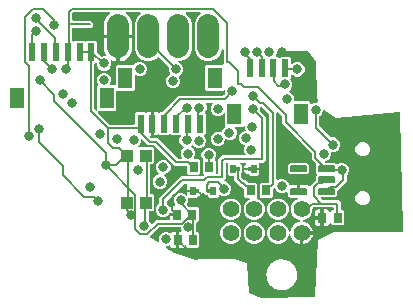
<source format=gbr>
G04 EAGLE Gerber RS-274X export*
G75*
%MOMM*%
%FSLAX34Y34*%
%LPD*%
%INTop Copper*%
%IPPOS*%
%AMOC8*
5,1,8,0,0,1.08239X$1,22.5*%
G01*
%ADD10C,1.879600*%
%ADD11R,0.500000X0.800000*%
%ADD12R,0.350000X0.350000*%
%ADD13C,0.145000*%
%ADD14R,0.600000X1.500000*%
%ADD15R,1.200000X1.800000*%
%ADD16C,1.408000*%
%ADD17R,1.000000X1.000000*%
%ADD18R,0.700000X0.900000*%
%ADD19C,0.203200*%
%ADD20C,0.806400*%

G36*
X489697Y217885D02*
X489697Y217885D01*
X489712Y217884D01*
X534097Y218637D01*
X534212Y218658D01*
X534331Y218678D01*
X534335Y218680D01*
X534339Y218681D01*
X534442Y218738D01*
X534547Y218794D01*
X534551Y218798D01*
X534554Y218800D01*
X534634Y218887D01*
X534716Y218974D01*
X534718Y218978D01*
X534721Y218981D01*
X534769Y219089D01*
X534818Y219197D01*
X534819Y219203D01*
X534821Y219206D01*
X534822Y219220D01*
X534845Y219363D01*
X537044Y266667D01*
X550785Y273541D01*
X608806Y273541D01*
X608835Y273546D01*
X608865Y273543D01*
X608956Y273566D01*
X609049Y273581D01*
X609075Y273595D01*
X609104Y273602D01*
X609183Y273652D01*
X609266Y273696D01*
X609287Y273717D01*
X609312Y273733D01*
X609371Y273806D01*
X609435Y273874D01*
X609448Y273901D01*
X609467Y273924D01*
X609500Y274012D01*
X609539Y274097D01*
X609542Y274127D01*
X609553Y274155D01*
X609567Y274322D01*
X606991Y374260D01*
X606982Y374307D01*
X606983Y374354D01*
X606960Y374426D01*
X606945Y374502D01*
X606922Y374543D01*
X606908Y374588D01*
X606862Y374649D01*
X606825Y374716D01*
X606790Y374748D01*
X606762Y374786D01*
X606699Y374829D01*
X606642Y374881D01*
X606599Y374900D01*
X606560Y374927D01*
X606487Y374948D01*
X606416Y374979D01*
X606369Y374983D01*
X606324Y374996D01*
X606192Y374998D01*
X606171Y374999D01*
X606165Y374998D01*
X606156Y374998D01*
X552587Y369767D01*
X542781Y377127D01*
X542765Y377135D01*
X542752Y377147D01*
X542656Y377192D01*
X542563Y377241D01*
X542545Y377243D01*
X542529Y377251D01*
X542424Y377263D01*
X542320Y377279D01*
X542302Y377276D01*
X542284Y377278D01*
X542181Y377256D01*
X542077Y377238D01*
X542062Y377230D01*
X542044Y377226D01*
X541953Y377172D01*
X541861Y377122D01*
X541848Y377109D01*
X541833Y377100D01*
X541764Y377020D01*
X541692Y376943D01*
X541685Y376926D01*
X541673Y376913D01*
X541634Y376815D01*
X541590Y376719D01*
X541588Y376701D01*
X541581Y376685D01*
X541563Y376518D01*
X541563Y375576D01*
X540639Y373347D01*
X538890Y371597D01*
X538817Y371554D01*
X538813Y371549D01*
X538808Y371546D01*
X538733Y371455D01*
X538657Y371367D01*
X538655Y371361D01*
X538651Y371356D01*
X538609Y371247D01*
X538565Y371138D01*
X538564Y371131D01*
X538563Y371127D01*
X538562Y371108D01*
X538547Y370972D01*
X538547Y363580D01*
X538561Y363490D01*
X538568Y363399D01*
X538581Y363369D01*
X538586Y363338D01*
X538629Y363257D01*
X538665Y363173D01*
X538690Y363141D01*
X538701Y363120D01*
X538725Y363098D01*
X538770Y363042D01*
X548047Y353764D01*
X548142Y353696D01*
X548236Y353626D01*
X548242Y353624D01*
X548247Y353621D01*
X548359Y353586D01*
X548470Y353550D01*
X548476Y353550D01*
X548482Y353548D01*
X548600Y353551D01*
X548716Y353553D01*
X548723Y353555D01*
X548728Y353555D01*
X548745Y353561D01*
X548758Y353565D01*
X551206Y353565D01*
X553435Y352641D01*
X555141Y350935D01*
X556065Y348706D01*
X556065Y346294D01*
X555141Y344065D01*
X553435Y342359D01*
X551206Y341435D01*
X549326Y341435D01*
X549306Y341432D01*
X549287Y341434D01*
X549185Y341412D01*
X549083Y341396D01*
X549066Y341386D01*
X549046Y341382D01*
X548957Y341329D01*
X548866Y341280D01*
X548852Y341266D01*
X548835Y341256D01*
X548768Y341177D01*
X548696Y341102D01*
X548688Y341084D01*
X548675Y341069D01*
X548636Y340973D01*
X548593Y340879D01*
X548591Y340859D01*
X548583Y340841D01*
X548565Y340674D01*
X548565Y338794D01*
X547641Y336565D01*
X545935Y334859D01*
X543649Y333912D01*
X543628Y333904D01*
X543577Y333896D01*
X543514Y333862D01*
X543446Y333837D01*
X543405Y333805D01*
X543360Y333780D01*
X543310Y333729D01*
X543254Y333684D01*
X543226Y333640D01*
X543190Y333602D01*
X543160Y333537D01*
X543121Y333477D01*
X543108Y333426D01*
X543087Y333379D01*
X543079Y333308D01*
X543061Y333238D01*
X543065Y333186D01*
X543059Y333135D01*
X543075Y333064D01*
X543080Y332993D01*
X543101Y332945D01*
X543112Y332894D01*
X543149Y332832D01*
X543177Y332767D01*
X543221Y332711D01*
X543238Y332683D01*
X543256Y332668D01*
X543281Y332636D01*
X543584Y332334D01*
X543658Y332280D01*
X543727Y332221D01*
X543757Y332209D01*
X543783Y332190D01*
X543870Y332163D01*
X543955Y332129D01*
X543996Y332124D01*
X544018Y332118D01*
X544051Y332118D01*
X544122Y332111D01*
X551795Y332111D01*
X552751Y331154D01*
X552767Y331143D01*
X552780Y331127D01*
X552867Y331071D01*
X552951Y331011D01*
X552970Y331005D01*
X552987Y330994D01*
X553087Y330969D01*
X553186Y330939D01*
X553206Y330939D01*
X553225Y330934D01*
X553328Y330942D01*
X553432Y330945D01*
X553451Y330952D01*
X553470Y330953D01*
X553565Y330994D01*
X553663Y331029D01*
X553678Y331042D01*
X553697Y331050D01*
X553828Y331154D01*
X554065Y331391D01*
X556294Y332315D01*
X558706Y332315D01*
X560935Y331391D01*
X562641Y329685D01*
X563565Y327456D01*
X563565Y325044D01*
X562641Y322815D01*
X562022Y322195D01*
X561969Y322121D01*
X561909Y322051D01*
X561897Y322021D01*
X561878Y321995D01*
X561851Y321908D01*
X561817Y321823D01*
X561813Y321782D01*
X561806Y321760D01*
X561807Y321728D01*
X561799Y321657D01*
X561799Y316237D01*
X553633Y308072D01*
X553580Y307998D01*
X553521Y307928D01*
X553509Y307898D01*
X553490Y307872D01*
X553463Y307785D01*
X553429Y307700D01*
X553424Y307659D01*
X553418Y307637D01*
X553418Y307605D01*
X553410Y307534D01*
X553410Y304861D01*
X551795Y303245D01*
X540404Y303245D01*
X540334Y303234D01*
X540262Y303232D01*
X540213Y303214D01*
X540162Y303205D01*
X540098Y303172D01*
X540031Y303147D01*
X539990Y303115D01*
X539944Y303090D01*
X539895Y303038D01*
X539839Y302993D01*
X539811Y302950D01*
X539775Y302912D01*
X539745Y302847D01*
X539706Y302787D01*
X539693Y302736D01*
X539671Y302689D01*
X539663Y302618D01*
X539646Y302548D01*
X539650Y302496D01*
X539644Y302444D01*
X539659Y302374D01*
X539665Y302303D01*
X539685Y302255D01*
X539696Y302204D01*
X539733Y302142D01*
X539761Y302076D01*
X539806Y302021D01*
X539823Y301993D01*
X539840Y301978D01*
X539866Y301946D01*
X541040Y300772D01*
X541114Y300719D01*
X541183Y300659D01*
X541213Y300647D01*
X541240Y300628D01*
X541327Y300601D01*
X541411Y300567D01*
X541452Y300563D01*
X541475Y300556D01*
X541507Y300557D01*
X541578Y300549D01*
X555013Y300549D01*
X556799Y298763D01*
X556799Y292920D01*
X556802Y292900D01*
X556800Y292880D01*
X556822Y292779D01*
X556838Y292677D01*
X556848Y292659D01*
X556852Y292640D01*
X556905Y292551D01*
X556954Y292459D01*
X556968Y292446D01*
X556978Y292429D01*
X557057Y292361D01*
X557132Y292290D01*
X557150Y292282D01*
X557165Y292269D01*
X557261Y292230D01*
X557355Y292186D01*
X557375Y292184D01*
X557393Y292177D01*
X557560Y292158D01*
X558428Y292158D01*
X559619Y290968D01*
X559619Y280284D01*
X558428Y279093D01*
X549744Y279093D01*
X548553Y280284D01*
X548553Y280333D01*
X548552Y280342D01*
X548552Y280346D01*
X548549Y280358D01*
X548552Y280381D01*
X548529Y280478D01*
X548513Y280576D01*
X548502Y280597D01*
X548497Y280620D01*
X548445Y280705D01*
X548398Y280793D01*
X548381Y280809D01*
X548368Y280830D01*
X548292Y280894D01*
X548220Y280962D01*
X548198Y280972D01*
X548180Y280988D01*
X548087Y281024D01*
X547997Y281066D01*
X547973Y281069D01*
X547951Y281077D01*
X547851Y281082D01*
X547752Y281093D01*
X547729Y281088D01*
X547705Y281089D01*
X547609Y281062D01*
X547512Y281041D01*
X547491Y281028D01*
X547468Y281022D01*
X547386Y280966D01*
X547301Y280915D01*
X547285Y280896D01*
X547265Y280883D01*
X547206Y280803D01*
X547141Y280728D01*
X547132Y280705D01*
X547118Y280686D01*
X547057Y280530D01*
X546953Y280145D01*
X546619Y279566D01*
X546146Y279092D01*
X545567Y278758D01*
X544920Y278585D01*
X542609Y278585D01*
X542609Y284863D01*
X542606Y284883D01*
X542608Y284903D01*
X542586Y285004D01*
X542569Y285106D01*
X542560Y285124D01*
X542556Y285143D01*
X542503Y285232D01*
X542454Y285324D01*
X542440Y285337D01*
X542430Y285354D01*
X542351Y285422D01*
X542276Y285493D01*
X542258Y285501D01*
X542243Y285514D01*
X542146Y285553D01*
X542053Y285597D01*
X542033Y285599D01*
X542015Y285606D01*
X541848Y285625D01*
X541085Y285625D01*
X541085Y285626D01*
X541848Y285626D01*
X541868Y285630D01*
X541887Y285627D01*
X541989Y285649D01*
X542091Y285666D01*
X542108Y285675D01*
X542128Y285680D01*
X542217Y285733D01*
X542308Y285781D01*
X542322Y285796D01*
X542339Y285806D01*
X542406Y285885D01*
X542477Y285960D01*
X542486Y285978D01*
X542499Y285993D01*
X542537Y286089D01*
X542581Y286183D01*
X542583Y286202D01*
X542591Y286221D01*
X542609Y286388D01*
X542609Y292666D01*
X544920Y292666D01*
X545567Y292493D01*
X546146Y292159D01*
X546619Y291686D01*
X546953Y291106D01*
X547057Y290721D01*
X547067Y290699D01*
X547070Y290676D01*
X547117Y290588D01*
X547158Y290497D01*
X547174Y290479D01*
X547185Y290458D01*
X547257Y290390D01*
X547325Y290317D01*
X547346Y290305D01*
X547364Y290289D01*
X547454Y290247D01*
X547541Y290200D01*
X547565Y290195D01*
X547587Y290185D01*
X547686Y290174D01*
X547784Y290157D01*
X547808Y290161D01*
X547831Y290158D01*
X547928Y290179D01*
X548027Y290194D01*
X548048Y290205D01*
X548072Y290210D01*
X548157Y290261D01*
X548245Y290307D01*
X548262Y290324D01*
X548283Y290337D01*
X548347Y290412D01*
X548417Y290483D01*
X548427Y290505D01*
X548443Y290523D01*
X548480Y290616D01*
X548523Y290705D01*
X548526Y290729D01*
X548535Y290752D01*
X548553Y290918D01*
X548553Y290968D01*
X549744Y292158D01*
X549940Y292158D01*
X549960Y292162D01*
X549979Y292159D01*
X550081Y292181D01*
X550183Y292198D01*
X550200Y292207D01*
X550220Y292212D01*
X550309Y292265D01*
X550400Y292313D01*
X550414Y292328D01*
X550431Y292338D01*
X550498Y292416D01*
X550570Y292491D01*
X550578Y292510D01*
X550591Y292525D01*
X550630Y292621D01*
X550673Y292715D01*
X550675Y292734D01*
X550683Y292753D01*
X550701Y292920D01*
X550701Y293690D01*
X550698Y293710D01*
X550700Y293729D01*
X550678Y293831D01*
X550662Y293933D01*
X550652Y293950D01*
X550648Y293970D01*
X550595Y294059D01*
X550546Y294150D01*
X550532Y294164D01*
X550522Y294181D01*
X550443Y294248D01*
X550368Y294320D01*
X550350Y294328D01*
X550335Y294341D01*
X550239Y294380D01*
X550145Y294423D01*
X550125Y294425D01*
X550107Y294433D01*
X549940Y294451D01*
X534078Y294451D01*
X533988Y294437D01*
X533897Y294429D01*
X533867Y294417D01*
X533835Y294412D01*
X533755Y294369D01*
X533671Y294333D01*
X533639Y294307D01*
X533618Y294296D01*
X533596Y294273D01*
X533540Y294228D01*
X532820Y293509D01*
X532767Y293435D01*
X532708Y293365D01*
X532696Y293335D01*
X532677Y293309D01*
X532650Y293222D01*
X532616Y293137D01*
X532611Y293096D01*
X532604Y293074D01*
X532605Y293042D01*
X532597Y292970D01*
X532597Y290925D01*
X531216Y287591D01*
X528664Y285038D01*
X525251Y283625D01*
X525207Y283617D01*
X525150Y283588D01*
X525090Y283567D01*
X525042Y283530D01*
X524989Y283502D01*
X524945Y283456D01*
X524894Y283417D01*
X524861Y283367D01*
X524820Y283324D01*
X524793Y283266D01*
X524757Y283213D01*
X524741Y283155D01*
X524716Y283101D01*
X524709Y283037D01*
X524692Y282976D01*
X524696Y282916D01*
X524689Y282856D01*
X524703Y282794D01*
X524706Y282730D01*
X524729Y282675D01*
X524741Y282616D01*
X524774Y282561D01*
X524798Y282502D01*
X524837Y282456D01*
X524868Y282405D01*
X524916Y282364D01*
X524958Y282315D01*
X525009Y282284D01*
X525054Y282245D01*
X525114Y282221D01*
X525168Y282188D01*
X525252Y282166D01*
X525283Y282153D01*
X525307Y282150D01*
X525330Y282144D01*
X525768Y282075D01*
X527202Y281609D01*
X528546Y280924D01*
X529766Y280038D01*
X530832Y278971D01*
X531719Y277751D01*
X532403Y276408D01*
X532869Y274973D01*
X532983Y274253D01*
X524287Y274253D01*
X524267Y274250D01*
X524247Y274252D01*
X524146Y274230D01*
X524044Y274213D01*
X524026Y274204D01*
X524007Y274200D01*
X523918Y274147D01*
X523827Y274098D01*
X523813Y274084D01*
X523796Y274074D01*
X523728Y273995D01*
X523657Y273920D01*
X523649Y273902D01*
X523636Y273887D01*
X523597Y273791D01*
X523554Y273697D01*
X523551Y273677D01*
X523544Y273659D01*
X523525Y273492D01*
X523525Y272729D01*
X522763Y272729D01*
X522743Y272726D01*
X522723Y272728D01*
X522622Y272706D01*
X522520Y272689D01*
X522502Y272680D01*
X522483Y272676D01*
X522394Y272623D01*
X522302Y272574D01*
X522289Y272560D01*
X522272Y272550D01*
X522204Y272471D01*
X522133Y272396D01*
X522125Y272378D01*
X522112Y272363D01*
X522073Y272266D01*
X522029Y272173D01*
X522027Y272153D01*
X522020Y272135D01*
X522001Y271968D01*
X522001Y263271D01*
X521281Y263385D01*
X519847Y263851D01*
X518503Y264536D01*
X517283Y265422D01*
X516217Y266488D01*
X515330Y267709D01*
X514646Y269052D01*
X514180Y270487D01*
X514110Y270924D01*
X514090Y270985D01*
X514080Y271048D01*
X514052Y271101D01*
X514033Y271158D01*
X513995Y271209D01*
X513965Y271265D01*
X513922Y271306D01*
X513886Y271354D01*
X513833Y271391D01*
X513787Y271435D01*
X513732Y271460D01*
X513683Y271494D01*
X513621Y271511D01*
X513564Y271538D01*
X513504Y271545D01*
X513446Y271561D01*
X513383Y271558D01*
X513319Y271565D01*
X513260Y271553D01*
X513201Y271550D01*
X513141Y271527D01*
X513079Y271513D01*
X513027Y271482D01*
X512971Y271461D01*
X512922Y271420D01*
X512868Y271387D01*
X512829Y271341D01*
X512783Y271303D01*
X512749Y271249D01*
X512708Y271200D01*
X512685Y271144D01*
X512654Y271093D01*
X512640Y271031D01*
X512616Y270972D01*
X512615Y270969D01*
X511216Y267591D01*
X508664Y265038D01*
X505329Y263657D01*
X501720Y263657D01*
X498385Y265038D01*
X495833Y267591D01*
X494452Y270925D01*
X494452Y274535D01*
X495833Y277869D01*
X498385Y280421D01*
X501720Y281803D01*
X505329Y281803D01*
X508664Y280421D01*
X511216Y277869D01*
X512630Y274456D01*
X512637Y274412D01*
X512667Y274356D01*
X512688Y274295D01*
X512724Y274248D01*
X512752Y274195D01*
X512798Y274151D01*
X512837Y274100D01*
X512887Y274066D01*
X512930Y274025D01*
X512988Y273998D01*
X513041Y273963D01*
X513099Y273947D01*
X513154Y273922D01*
X513217Y273915D01*
X513279Y273898D01*
X513338Y273901D01*
X513398Y273894D01*
X513460Y273908D01*
X513524Y273912D01*
X513580Y273934D01*
X513638Y273947D01*
X513693Y273980D01*
X513752Y274003D01*
X513798Y274042D01*
X513849Y274073D01*
X513891Y274121D01*
X513940Y274163D01*
X513970Y274214D01*
X514009Y274260D01*
X514033Y274319D01*
X514066Y274374D01*
X514089Y274457D01*
X514101Y274488D01*
X514104Y274512D01*
X514110Y274536D01*
X514180Y274973D01*
X514646Y276408D01*
X515330Y277751D01*
X516217Y278971D01*
X517283Y280038D01*
X518503Y280924D01*
X519847Y281609D01*
X521281Y282075D01*
X521719Y282144D01*
X521779Y282164D01*
X521843Y282174D01*
X521895Y282202D01*
X521952Y282221D01*
X522004Y282260D01*
X522060Y282290D01*
X522101Y282333D01*
X522149Y282369D01*
X522185Y282422D01*
X522229Y282468D01*
X522254Y282522D01*
X522288Y282572D01*
X522306Y282633D01*
X522333Y282691D01*
X522339Y282751D01*
X522356Y282808D01*
X522353Y282872D01*
X522360Y282935D01*
X522347Y282994D01*
X522344Y283054D01*
X522321Y283113D01*
X522308Y283176D01*
X522277Y283227D01*
X522255Y283283D01*
X522214Y283332D01*
X522182Y283387D01*
X522136Y283426D01*
X522098Y283472D01*
X522043Y283505D01*
X521995Y283547D01*
X521939Y283569D01*
X521888Y283601D01*
X521826Y283615D01*
X521766Y283639D01*
X521764Y283639D01*
X518385Y285038D01*
X515833Y287591D01*
X514452Y290925D01*
X514452Y294535D01*
X515833Y297869D01*
X518385Y300421D01*
X520440Y301273D01*
X520523Y301324D01*
X520609Y301369D01*
X520627Y301388D01*
X520649Y301402D01*
X520711Y301477D01*
X520778Y301548D01*
X520789Y301571D01*
X520806Y301592D01*
X520841Y301683D01*
X520882Y301771D01*
X520885Y301797D01*
X520894Y301821D01*
X520898Y301919D01*
X520909Y302015D01*
X520903Y302041D01*
X520904Y302067D01*
X520877Y302160D01*
X520857Y302256D01*
X520843Y302278D01*
X520836Y302303D01*
X520780Y302383D01*
X520730Y302467D01*
X520711Y302484D01*
X520696Y302505D01*
X520618Y302563D01*
X520544Y302627D01*
X520519Y302636D01*
X520498Y302652D01*
X520406Y302682D01*
X520315Y302719D01*
X520283Y302722D01*
X520264Y302728D01*
X520231Y302728D01*
X520149Y302737D01*
X514473Y302737D01*
X513642Y302960D01*
X512897Y303390D01*
X512290Y303998D01*
X511860Y304742D01*
X511637Y305573D01*
X511637Y306921D01*
X511625Y306992D01*
X511624Y307064D01*
X511606Y307113D01*
X511597Y307164D01*
X511564Y307227D01*
X511539Y307295D01*
X511507Y307335D01*
X511482Y307381D01*
X511430Y307431D01*
X511385Y307487D01*
X511342Y307515D01*
X511304Y307551D01*
X511239Y307581D01*
X511178Y307620D01*
X511128Y307632D01*
X511081Y307654D01*
X511009Y307662D01*
X510940Y307680D01*
X510888Y307676D01*
X510836Y307681D01*
X510766Y307666D01*
X510695Y307661D01*
X510647Y307640D01*
X510596Y307629D01*
X510534Y307592D01*
X510468Y307564D01*
X510412Y307520D01*
X510385Y307503D01*
X510370Y307485D01*
X510337Y307459D01*
X510305Y307427D01*
X508076Y306504D01*
X505663Y306504D01*
X503434Y307427D01*
X501728Y309133D01*
X501137Y310561D01*
X501112Y310600D01*
X501097Y310644D01*
X501048Y310704D01*
X501007Y310771D01*
X500972Y310800D01*
X500943Y310836D01*
X500877Y310878D01*
X500818Y310927D01*
X500775Y310944D01*
X500736Y310969D01*
X500660Y310988D01*
X500588Y311016D01*
X500542Y311017D01*
X500498Y311029D01*
X500420Y311023D01*
X500342Y311026D01*
X500298Y311013D01*
X500252Y311010D01*
X500181Y310979D01*
X500106Y310957D01*
X500068Y310931D01*
X500026Y310913D01*
X499919Y310828D01*
X499904Y310817D01*
X499901Y310813D01*
X499895Y310808D01*
X499230Y310143D01*
X499176Y310069D01*
X499117Y310000D01*
X499105Y309969D01*
X499086Y309943D01*
X499059Y309856D01*
X499025Y309771D01*
X499021Y309731D01*
X499014Y309708D01*
X499015Y309676D01*
X499007Y309605D01*
X499007Y303357D01*
X497816Y302166D01*
X489132Y302166D01*
X487941Y303357D01*
X487941Y314041D01*
X489132Y315232D01*
X495380Y315232D01*
X495415Y315237D01*
X495423Y315236D01*
X495465Y315246D01*
X495471Y315247D01*
X495564Y315254D01*
X495592Y315266D01*
X495623Y315271D01*
X495650Y315286D01*
X495663Y315289D01*
X495713Y315318D01*
X495790Y315351D01*
X495820Y315376D01*
X495840Y315386D01*
X495857Y315404D01*
X495874Y315415D01*
X495888Y315431D01*
X495920Y315457D01*
X495924Y315461D01*
X495965Y315518D01*
X496009Y315565D01*
X496017Y315581D01*
X496034Y315602D01*
X496047Y315633D01*
X496067Y315661D01*
X496091Y315741D01*
X496113Y315788D01*
X496114Y315800D01*
X496126Y315830D01*
X496131Y315873D01*
X496138Y315896D01*
X496137Y315928D01*
X496145Y315997D01*
X496145Y372831D01*
X496130Y372921D01*
X496123Y373012D01*
X496110Y373041D01*
X496105Y373073D01*
X496062Y373154D01*
X496027Y373238D01*
X496001Y373270D01*
X495990Y373291D01*
X495967Y373313D01*
X495922Y373369D01*
X489938Y379352D01*
X489864Y379406D01*
X489795Y379465D01*
X489765Y379477D01*
X489739Y379496D01*
X489652Y379523D01*
X489567Y379557D01*
X489526Y379561D01*
X489503Y379568D01*
X489471Y379567D01*
X489400Y379575D01*
X489326Y379575D01*
X489306Y379572D01*
X489287Y379574D01*
X489185Y379552D01*
X489083Y379536D01*
X489066Y379526D01*
X489046Y379522D01*
X488957Y379469D01*
X488866Y379421D01*
X488852Y379406D01*
X488835Y379396D01*
X488768Y379317D01*
X488696Y379242D01*
X488688Y379224D01*
X488675Y379209D01*
X488636Y379113D01*
X488593Y379019D01*
X488591Y378999D01*
X488583Y378981D01*
X488565Y378814D01*
X488565Y376232D01*
X488544Y376150D01*
X488544Y376144D01*
X488543Y376138D01*
X488554Y376021D01*
X488563Y375905D01*
X488566Y375899D01*
X488566Y375893D01*
X488614Y375784D01*
X488659Y375678D01*
X488664Y375673D01*
X488666Y375668D01*
X488678Y375655D01*
X488764Y375547D01*
X491040Y373272D01*
X493049Y371263D01*
X493049Y334096D01*
X491263Y332310D01*
X488549Y332310D01*
X488529Y332307D01*
X488510Y332309D01*
X488408Y332287D01*
X488306Y332271D01*
X488289Y332261D01*
X488269Y332257D01*
X488180Y332204D01*
X488089Y332156D01*
X488075Y332141D01*
X488058Y332131D01*
X487991Y332052D01*
X487920Y331977D01*
X487911Y331959D01*
X487898Y331944D01*
X487859Y331848D01*
X487816Y331754D01*
X487814Y331734D01*
X487806Y331716D01*
X487788Y331549D01*
X487788Y322292D01*
X486597Y321102D01*
X479913Y321102D01*
X478675Y322340D01*
X478673Y322343D01*
X478669Y322362D01*
X478616Y322451D01*
X478567Y322542D01*
X478553Y322556D01*
X478543Y322573D01*
X478464Y322640D01*
X478389Y322712D01*
X478371Y322720D01*
X478356Y322733D01*
X478260Y322772D01*
X478166Y322815D01*
X478146Y322818D01*
X478128Y322825D01*
X477961Y322844D01*
X477421Y322844D01*
X476774Y323017D01*
X476195Y323351D01*
X475722Y323824D01*
X475387Y324404D01*
X475214Y325050D01*
X475214Y326260D01*
X477961Y326260D01*
X477981Y326263D01*
X478001Y326261D01*
X478102Y326283D01*
X478204Y326300D01*
X478221Y326309D01*
X478241Y326313D01*
X478330Y326366D01*
X478421Y326415D01*
X478435Y326429D01*
X478452Y326439D01*
X478519Y326518D01*
X478591Y326593D01*
X478599Y326611D01*
X478612Y326626D01*
X478651Y326723D01*
X478694Y326816D01*
X478696Y326836D01*
X478704Y326854D01*
X478722Y327021D01*
X478722Y327247D01*
X478719Y327267D01*
X478721Y327287D01*
X478699Y327388D01*
X478683Y327490D01*
X478673Y327508D01*
X478669Y327527D01*
X478616Y327616D01*
X478567Y327707D01*
X478553Y327721D01*
X478543Y327738D01*
X478464Y327806D01*
X478389Y327877D01*
X478371Y327885D01*
X478356Y327898D01*
X478260Y327937D01*
X478166Y327980D01*
X478146Y327983D01*
X478128Y327990D01*
X477961Y328009D01*
X475214Y328009D01*
X475214Y329219D01*
X475387Y329865D01*
X475722Y330444D01*
X476213Y330935D01*
X476227Y330943D01*
X476279Y330998D01*
X476338Y331045D01*
X476363Y331086D01*
X476396Y331121D01*
X476428Y331190D01*
X476468Y331254D01*
X476480Y331301D01*
X476500Y331344D01*
X476508Y331419D01*
X476526Y331493D01*
X476522Y331541D01*
X476527Y331589D01*
X476511Y331662D01*
X476504Y331738D01*
X476485Y331782D01*
X476475Y331829D01*
X476436Y331894D01*
X476406Y331963D01*
X476373Y331999D01*
X476349Y332040D01*
X476291Y332089D01*
X476240Y332145D01*
X476198Y332169D01*
X476162Y332200D01*
X476092Y332228D01*
X476026Y332265D01*
X475978Y332274D01*
X475934Y332292D01*
X475806Y332306D01*
X475784Y332310D01*
X475777Y332309D01*
X475767Y332310D01*
X472541Y332310D01*
X472471Y332299D01*
X472399Y332297D01*
X472350Y332279D01*
X472299Y332271D01*
X472235Y332237D01*
X472168Y332212D01*
X472127Y332180D01*
X472081Y332156D01*
X472032Y332104D01*
X471976Y332059D01*
X471948Y332015D01*
X471912Y331977D01*
X471882Y331912D01*
X471843Y331852D01*
X471830Y331801D01*
X471808Y331754D01*
X471800Y331683D01*
X471783Y331613D01*
X471787Y331561D01*
X471781Y331510D01*
X471796Y331440D01*
X471802Y331368D01*
X471822Y331320D01*
X471833Y331269D01*
X471870Y331208D01*
X471898Y331142D01*
X471943Y331086D01*
X471960Y331058D01*
X471977Y331043D01*
X472003Y331011D01*
X473288Y329726D01*
X473288Y324542D01*
X472777Y324031D01*
X472724Y323957D01*
X472664Y323888D01*
X472652Y323858D01*
X472633Y323832D01*
X472606Y323744D01*
X472572Y323660D01*
X472568Y323619D01*
X472561Y323596D01*
X472562Y323564D01*
X472554Y323493D01*
X472554Y320075D01*
X472569Y319985D01*
X472576Y319894D01*
X472588Y319864D01*
X472594Y319832D01*
X472636Y319752D01*
X472672Y319668D01*
X472698Y319636D01*
X472709Y319615D01*
X472732Y319593D01*
X472777Y319537D01*
X474209Y318105D01*
X474283Y318051D01*
X474352Y317992D01*
X474382Y317980D01*
X474409Y317961D01*
X474496Y317934D01*
X474580Y317900D01*
X474621Y317896D01*
X474644Y317889D01*
X474676Y317890D01*
X474747Y317882D01*
X475603Y317882D01*
X478030Y315455D01*
X478104Y315401D01*
X478173Y315342D01*
X478203Y315330D01*
X478230Y315311D01*
X478316Y315284D01*
X478401Y315250D01*
X478442Y315246D01*
X478465Y315239D01*
X478497Y315240D01*
X478568Y315232D01*
X484816Y315232D01*
X486007Y314041D01*
X486007Y303357D01*
X485515Y302865D01*
X485488Y302828D01*
X485454Y302797D01*
X485417Y302728D01*
X485371Y302665D01*
X485358Y302622D01*
X485336Y302581D01*
X485322Y302505D01*
X485299Y302430D01*
X485300Y302384D01*
X485292Y302339D01*
X485303Y302262D01*
X485305Y302184D01*
X485321Y302141D01*
X485328Y302096D01*
X485363Y302027D01*
X485390Y301953D01*
X485418Y301918D01*
X485439Y301877D01*
X485495Y301822D01*
X485543Y301761D01*
X485582Y301737D01*
X485615Y301704D01*
X485735Y301638D01*
X485750Y301628D01*
X485755Y301627D01*
X485762Y301623D01*
X488664Y300421D01*
X491216Y297869D01*
X492597Y294535D01*
X492597Y290925D01*
X491216Y287591D01*
X488664Y285038D01*
X485329Y283657D01*
X481720Y283657D01*
X478385Y285038D01*
X475833Y287591D01*
X474452Y290925D01*
X474452Y294535D01*
X475833Y297869D01*
X478385Y300421D01*
X479062Y300702D01*
X479145Y300753D01*
X479230Y300798D01*
X479248Y300817D01*
X479271Y300831D01*
X479333Y300906D01*
X479400Y300977D01*
X479411Y301001D01*
X479427Y301021D01*
X479462Y301112D01*
X479503Y301200D01*
X479506Y301226D01*
X479516Y301250D01*
X479520Y301348D01*
X479531Y301444D01*
X479525Y301470D01*
X479526Y301496D01*
X479499Y301589D01*
X479478Y301685D01*
X479465Y301707D01*
X479458Y301732D01*
X479402Y301812D01*
X479352Y301896D01*
X479332Y301913D01*
X479317Y301934D01*
X479239Y301992D01*
X479165Y302056D01*
X479141Y302066D01*
X479120Y302081D01*
X479027Y302111D01*
X478937Y302148D01*
X478905Y302151D01*
X478886Y302157D01*
X478853Y302157D01*
X478770Y302166D01*
X476132Y302166D01*
X474941Y303357D01*
X474941Y309605D01*
X474926Y309695D01*
X474919Y309786D01*
X474907Y309815D01*
X474901Y309847D01*
X474859Y309928D01*
X474823Y310012D01*
X474797Y310044D01*
X474786Y310065D01*
X474763Y310087D01*
X474718Y310143D01*
X473300Y311561D01*
X473226Y311614D01*
X473157Y311674D01*
X473126Y311686D01*
X473100Y311705D01*
X473013Y311732D01*
X472928Y311766D01*
X472887Y311770D01*
X472865Y311777D01*
X472833Y311776D01*
X472762Y311784D01*
X471906Y311784D01*
X466456Y317234D01*
X466456Y320340D01*
X466453Y320360D01*
X466455Y320380D01*
X466433Y320481D01*
X466417Y320583D01*
X466407Y320601D01*
X466403Y320620D01*
X466350Y320709D01*
X466301Y320800D01*
X466287Y320814D01*
X466277Y320831D01*
X466198Y320899D01*
X466123Y320970D01*
X466105Y320978D01*
X466090Y320991D01*
X465994Y321030D01*
X465900Y321073D01*
X465880Y321076D01*
X465862Y321083D01*
X465695Y321102D01*
X462413Y321102D01*
X461222Y322292D01*
X461222Y331549D01*
X461219Y331569D01*
X461221Y331589D01*
X461199Y331690D01*
X461183Y331792D01*
X461173Y331809D01*
X461169Y331829D01*
X461116Y331918D01*
X461067Y332009D01*
X461053Y332023D01*
X461043Y332040D01*
X460964Y332107D01*
X460889Y332179D01*
X460871Y332187D01*
X460856Y332200D01*
X460760Y332239D01*
X460666Y332282D01*
X460646Y332284D01*
X460628Y332292D01*
X460461Y332310D01*
X460060Y332310D01*
X460040Y332307D01*
X460021Y332309D01*
X459919Y332287D01*
X459817Y332271D01*
X459800Y332261D01*
X459780Y332257D01*
X459691Y332204D01*
X459600Y332156D01*
X459586Y332141D01*
X459569Y332131D01*
X459502Y332052D01*
X459430Y331977D01*
X459422Y331959D01*
X459409Y331944D01*
X459370Y331848D01*
X459327Y331754D01*
X459325Y331734D01*
X459317Y331716D01*
X459299Y331549D01*
X459299Y318737D01*
X458182Y317620D01*
X458140Y317562D01*
X458091Y317510D01*
X458069Y317463D01*
X458038Y317421D01*
X458017Y317352D01*
X457987Y317287D01*
X457981Y317235D01*
X457966Y317185D01*
X457968Y317114D01*
X457960Y317043D01*
X457971Y316992D01*
X457972Y316940D01*
X457997Y316872D01*
X458012Y316802D01*
X458039Y316757D01*
X458057Y316709D01*
X458102Y316653D01*
X458138Y316591D01*
X458178Y316557D01*
X458210Y316517D01*
X458271Y316478D01*
X458325Y316431D01*
X458374Y316412D01*
X458417Y316384D01*
X458487Y316366D01*
X458553Y316339D01*
X458625Y316331D01*
X458656Y316323D01*
X458679Y316325D01*
X458720Y316321D01*
X458993Y316321D01*
X461222Y315397D01*
X462928Y313691D01*
X463851Y311462D01*
X463851Y309050D01*
X462928Y306821D01*
X461222Y305115D01*
X458993Y304191D01*
X456580Y304191D01*
X454500Y305053D01*
X454455Y305064D01*
X454413Y305083D01*
X454336Y305092D01*
X454260Y305109D01*
X454214Y305105D01*
X454169Y305110D01*
X454093Y305094D01*
X454015Y305086D01*
X453973Y305068D01*
X453928Y305058D01*
X453862Y305018D01*
X453790Y304986D01*
X453757Y304955D01*
X453717Y304932D01*
X453667Y304873D01*
X453609Y304820D01*
X453587Y304780D01*
X453557Y304745D01*
X453528Y304673D01*
X453491Y304604D01*
X453483Y304559D01*
X453465Y304517D01*
X453450Y304380D01*
X453447Y304362D01*
X453448Y304357D01*
X453447Y304350D01*
X453447Y303649D01*
X452256Y302458D01*
X445572Y302458D01*
X444382Y303649D01*
X444382Y303947D01*
X444378Y303966D01*
X444380Y303986D01*
X444358Y304087D01*
X444342Y304189D01*
X444332Y304207D01*
X444328Y304226D01*
X444275Y304315D01*
X444227Y304407D01*
X444212Y304420D01*
X444202Y304438D01*
X444123Y304505D01*
X444048Y304576D01*
X444030Y304585D01*
X444015Y304597D01*
X443919Y304636D01*
X443825Y304680D01*
X443806Y304682D01*
X443787Y304689D01*
X443620Y304708D01*
X442572Y304708D01*
X441343Y305937D01*
X441342Y305946D01*
X441299Y306027D01*
X441263Y306111D01*
X441238Y306143D01*
X441227Y306164D01*
X441203Y306186D01*
X441159Y306242D01*
X440713Y306688D01*
X440635Y306743D01*
X440562Y306805D01*
X440536Y306815D01*
X440513Y306831D01*
X440422Y306859D01*
X440333Y306894D01*
X440305Y306895D01*
X440278Y306904D01*
X440182Y306901D01*
X440087Y306906D01*
X440060Y306898D01*
X440032Y306897D01*
X439942Y306865D01*
X439851Y306839D01*
X439827Y306823D01*
X439801Y306813D01*
X439726Y306753D01*
X439648Y306699D01*
X439631Y306677D01*
X439609Y306659D01*
X439557Y306579D01*
X439500Y306503D01*
X439487Y306470D01*
X439476Y306452D01*
X439468Y306420D01*
X439439Y306347D01*
X439282Y305760D01*
X438947Y305181D01*
X438474Y304708D01*
X437895Y304373D01*
X437249Y304200D01*
X436708Y304200D01*
X436689Y304197D01*
X436669Y304199D01*
X436568Y304177D01*
X436465Y304160D01*
X436448Y304151D01*
X436428Y304147D01*
X436339Y304093D01*
X436248Y304045D01*
X436234Y304031D01*
X436217Y304020D01*
X436150Y303942D01*
X436079Y303867D01*
X436070Y303849D01*
X436057Y303834D01*
X436019Y303737D01*
X436004Y303705D01*
X434756Y302458D01*
X428151Y302458D01*
X428106Y302450D01*
X428060Y302452D01*
X427985Y302431D01*
X427908Y302418D01*
X427868Y302397D01*
X427823Y302384D01*
X427759Y302339D01*
X427691Y302303D01*
X427659Y302270D01*
X427621Y302243D01*
X427575Y302181D01*
X427522Y302125D01*
X427502Y302083D01*
X427475Y302046D01*
X427451Y301972D01*
X427418Y301902D01*
X427413Y301856D01*
X427399Y301812D01*
X427399Y301734D01*
X427391Y301657D01*
X427401Y301612D01*
X427401Y301566D01*
X427414Y301523D01*
X427414Y299075D01*
X426733Y297432D01*
X426706Y297318D01*
X426678Y297205D01*
X426678Y297198D01*
X426677Y297192D01*
X426688Y297076D01*
X426697Y296959D01*
X426699Y296954D01*
X426700Y296947D01*
X426748Y296840D01*
X426793Y296733D01*
X426798Y296727D01*
X426800Y296723D01*
X426812Y296709D01*
X426898Y296602D01*
X428505Y294995D01*
X428579Y294942D01*
X428649Y294882D01*
X428679Y294870D01*
X428705Y294851D01*
X428792Y294825D01*
X428877Y294790D01*
X428918Y294786D01*
X428940Y294779D01*
X428972Y294780D01*
X429043Y294772D01*
X435291Y294772D01*
X436482Y293581D01*
X436482Y282897D01*
X435291Y281706D01*
X435060Y281706D01*
X435040Y281703D01*
X435021Y281705D01*
X434919Y281683D01*
X434817Y281667D01*
X434800Y281657D01*
X434780Y281653D01*
X434691Y281600D01*
X434600Y281552D01*
X434586Y281537D01*
X434569Y281527D01*
X434502Y281448D01*
X434430Y281373D01*
X434422Y281355D01*
X434409Y281340D01*
X434370Y281244D01*
X434327Y281150D01*
X434325Y281130D01*
X434317Y281112D01*
X434299Y280945D01*
X434299Y274030D01*
X434302Y274010D01*
X434300Y273990D01*
X434322Y273889D01*
X434338Y273787D01*
X434348Y273769D01*
X434352Y273750D01*
X434405Y273661D01*
X434454Y273569D01*
X434468Y273556D01*
X434478Y273539D01*
X434557Y273471D01*
X434632Y273400D01*
X434650Y273392D01*
X434665Y273379D01*
X434761Y273340D01*
X434855Y273296D01*
X434875Y273294D01*
X434893Y273287D01*
X435060Y273268D01*
X435860Y273268D01*
X437051Y272078D01*
X437051Y261394D01*
X435860Y260203D01*
X427176Y260203D01*
X425986Y261394D01*
X425986Y261443D01*
X425982Y261467D01*
X425984Y261490D01*
X425962Y261587D01*
X425946Y261686D01*
X425935Y261707D01*
X425929Y261730D01*
X425877Y261815D01*
X425831Y261903D01*
X425813Y261919D01*
X425801Y261940D01*
X425724Y262004D01*
X425652Y262072D01*
X425630Y262082D01*
X425612Y262098D01*
X425519Y262134D01*
X425429Y262176D01*
X425405Y262179D01*
X425383Y262187D01*
X425284Y262192D01*
X425185Y262203D01*
X425161Y262198D01*
X425137Y262199D01*
X425042Y262172D01*
X424944Y262151D01*
X424924Y262138D01*
X424901Y262132D01*
X424819Y262076D01*
X424733Y262025D01*
X424718Y262006D01*
X424698Y261993D01*
X424638Y261913D01*
X424573Y261838D01*
X424564Y261815D01*
X424550Y261796D01*
X424489Y261640D01*
X424386Y261255D01*
X424051Y260676D01*
X423578Y260202D01*
X422999Y259868D01*
X422353Y259695D01*
X420041Y259695D01*
X420041Y265973D01*
X420038Y265993D01*
X420040Y266013D01*
X420018Y266114D01*
X420002Y266216D01*
X419992Y266234D01*
X419988Y266253D01*
X419935Y266342D01*
X419887Y266434D01*
X419872Y266447D01*
X419862Y266464D01*
X419783Y266532D01*
X419708Y266603D01*
X419690Y266611D01*
X419675Y266624D01*
X419579Y266663D01*
X419485Y266707D01*
X419465Y266709D01*
X419447Y266716D01*
X419280Y266735D01*
X417756Y266735D01*
X417737Y266732D01*
X417717Y266734D01*
X417616Y266712D01*
X417514Y266695D01*
X417496Y266686D01*
X417476Y266681D01*
X417387Y266628D01*
X417296Y266580D01*
X417282Y266565D01*
X417265Y266555D01*
X417198Y266477D01*
X417127Y266402D01*
X417118Y266384D01*
X417105Y266368D01*
X417067Y266272D01*
X417023Y266178D01*
X417021Y266159D01*
X417014Y266140D01*
X416995Y265973D01*
X416995Y259695D01*
X414684Y259695D01*
X414038Y259868D01*
X413458Y260202D01*
X412985Y260676D01*
X412651Y261255D01*
X412563Y261583D01*
X412534Y261647D01*
X412515Y261714D01*
X412484Y261758D01*
X412461Y261808D01*
X412414Y261859D01*
X412374Y261916D01*
X412331Y261948D01*
X412294Y261988D01*
X412233Y262021D01*
X412177Y262063D01*
X412126Y262079D01*
X412078Y262105D01*
X412009Y262117D01*
X411943Y262139D01*
X411889Y262138D01*
X411836Y262148D01*
X411767Y262137D01*
X411697Y262136D01*
X411625Y262115D01*
X411592Y262110D01*
X411573Y262100D01*
X411536Y262090D01*
X409956Y261435D01*
X409379Y261435D01*
X409355Y261431D01*
X409330Y261434D01*
X409234Y261411D01*
X409136Y261396D01*
X409115Y261384D01*
X409091Y261378D01*
X409006Y261327D01*
X408919Y261280D01*
X408902Y261263D01*
X408881Y261250D01*
X408818Y261174D01*
X408750Y261102D01*
X408739Y261080D01*
X408724Y261061D01*
X408688Y260969D01*
X408646Y260879D01*
X408643Y260855D01*
X408634Y260832D01*
X408630Y260733D01*
X408619Y260635D01*
X408624Y260610D01*
X408623Y260586D01*
X408650Y260491D01*
X408671Y260394D01*
X408684Y260373D01*
X408691Y260349D01*
X408747Y260268D01*
X408797Y260183D01*
X408816Y260167D01*
X408830Y260147D01*
X408959Y260039D01*
X415848Y255479D01*
X415872Y255468D01*
X415893Y255451D01*
X416047Y255385D01*
X434292Y249853D01*
X434371Y249842D01*
X434449Y249823D01*
X434492Y249826D01*
X434536Y249820D01*
X434614Y249836D01*
X434694Y249842D01*
X434734Y249859D01*
X434777Y249867D01*
X434847Y249907D01*
X434920Y249938D01*
X434965Y249974D01*
X434991Y249989D01*
X435010Y250010D01*
X435051Y250043D01*
X435935Y250927D01*
X466753Y250927D01*
X466766Y250918D01*
X466839Y250859D01*
X466874Y250844D01*
X466892Y250832D01*
X466923Y250823D01*
X466993Y250793D01*
X477316Y247647D01*
X478730Y222210D01*
X478755Y222097D01*
X478778Y221983D01*
X478782Y221977D01*
X478784Y221970D01*
X478844Y221870D01*
X478901Y221770D01*
X478907Y221765D01*
X478911Y221759D01*
X478999Y221684D01*
X479086Y221607D01*
X479094Y221604D01*
X479098Y221600D01*
X479117Y221592D01*
X479237Y221534D01*
X489446Y217927D01*
X489497Y217918D01*
X489545Y217899D01*
X489661Y217889D01*
X489688Y217884D01*
X489697Y217885D01*
G37*
G36*
X421685Y335556D02*
X421685Y335556D01*
X421731Y335554D01*
X421806Y335576D01*
X421883Y335588D01*
X421923Y335610D01*
X421967Y335623D01*
X422031Y335667D01*
X422100Y335704D01*
X422132Y335737D01*
X422170Y335763D01*
X422216Y335825D01*
X422270Y335882D01*
X422289Y335924D01*
X422316Y335960D01*
X422340Y336034D01*
X422373Y336105D01*
X422378Y336151D01*
X422392Y336194D01*
X422392Y336272D01*
X422400Y336349D01*
X422391Y336394D01*
X422390Y336440D01*
X422352Y336572D01*
X422348Y336590D01*
X422345Y336594D01*
X422343Y336601D01*
X421435Y338794D01*
X421435Y341206D01*
X422359Y343435D01*
X423577Y344654D01*
X423604Y344691D01*
X423637Y344722D01*
X423675Y344790D01*
X423720Y344853D01*
X423734Y344897D01*
X423756Y344937D01*
X423770Y345014D01*
X423793Y345088D01*
X423791Y345134D01*
X423800Y345179D01*
X423788Y345256D01*
X423786Y345334D01*
X423771Y345377D01*
X423764Y345423D01*
X423729Y345492D01*
X423702Y345565D01*
X423673Y345601D01*
X423652Y345642D01*
X423597Y345697D01*
X423548Y345757D01*
X423510Y345782D01*
X423477Y345814D01*
X423357Y345880D01*
X423341Y345890D01*
X423336Y345892D01*
X423330Y345895D01*
X422815Y346109D01*
X421109Y347815D01*
X420185Y350044D01*
X420185Y352456D01*
X421115Y354701D01*
X421126Y354746D01*
X421145Y354788D01*
X421154Y354865D01*
X421171Y354941D01*
X421167Y354986D01*
X421172Y355032D01*
X421156Y355108D01*
X421148Y355186D01*
X421130Y355227D01*
X421120Y355272D01*
X421080Y355339D01*
X421048Y355410D01*
X421017Y355444D01*
X420994Y355483D01*
X420935Y355534D01*
X420882Y355591D01*
X420842Y355614D01*
X420807Y355643D01*
X420734Y355672D01*
X420666Y355710D01*
X420621Y355718D01*
X420579Y355735D01*
X420443Y355750D01*
X420424Y355754D01*
X420419Y355753D01*
X420412Y355754D01*
X413352Y355754D01*
X412732Y356374D01*
X412716Y356385D01*
X412703Y356401D01*
X412616Y356457D01*
X412532Y356517D01*
X412513Y356523D01*
X412496Y356534D01*
X412396Y356559D01*
X412297Y356589D01*
X412277Y356589D01*
X412258Y356594D01*
X412155Y356586D01*
X412051Y356583D01*
X412033Y356576D01*
X412013Y356575D01*
X411918Y356534D01*
X411820Y356499D01*
X411805Y356486D01*
X411786Y356478D01*
X411655Y356374D01*
X411036Y355754D01*
X403352Y355754D01*
X403091Y356014D01*
X403075Y356026D01*
X403063Y356042D01*
X402975Y356097D01*
X402891Y356158D01*
X402872Y356164D01*
X402856Y356175D01*
X402755Y356200D01*
X402656Y356230D01*
X402636Y356230D01*
X402617Y356235D01*
X402514Y356227D01*
X402410Y356224D01*
X402392Y356217D01*
X402372Y356215D01*
X402277Y356175D01*
X402179Y356139D01*
X402164Y356127D01*
X402146Y356119D01*
X402015Y356014D01*
X401754Y355753D01*
X401174Y355419D01*
X400528Y355246D01*
X398693Y355246D01*
X398693Y364548D01*
X398690Y364568D01*
X398692Y364588D01*
X398670Y364689D01*
X398653Y364791D01*
X398644Y364809D01*
X398640Y364828D01*
X398586Y364917D01*
X398538Y365008D01*
X398524Y365022D01*
X398513Y365039D01*
X398435Y365107D01*
X398360Y365178D01*
X398342Y365186D01*
X398327Y365199D01*
X398230Y365238D01*
X398137Y365281D01*
X398117Y365284D01*
X398099Y365291D01*
X398174Y365303D01*
X398192Y365313D01*
X398212Y365317D01*
X398301Y365370D01*
X398392Y365418D01*
X398406Y365433D01*
X398423Y365443D01*
X398490Y365522D01*
X398561Y365597D01*
X398570Y365615D01*
X398583Y365630D01*
X398621Y365726D01*
X398665Y365820D01*
X398667Y365839D01*
X398674Y365858D01*
X398693Y366025D01*
X398693Y375327D01*
X400528Y375327D01*
X401174Y375154D01*
X401754Y374820D01*
X402015Y374559D01*
X402031Y374547D01*
X402043Y374532D01*
X402130Y374476D01*
X402214Y374415D01*
X402233Y374409D01*
X402250Y374399D01*
X402350Y374373D01*
X402449Y374343D01*
X402469Y374343D01*
X402489Y374338D01*
X402592Y374347D01*
X402695Y374349D01*
X402714Y374356D01*
X402734Y374358D01*
X402829Y374398D01*
X402926Y374434D01*
X402942Y374446D01*
X402960Y374454D01*
X403091Y374559D01*
X403352Y374819D01*
X405192Y374819D01*
X405282Y374834D01*
X405373Y374841D01*
X405403Y374854D01*
X405435Y374859D01*
X405516Y374902D01*
X405600Y374937D01*
X405632Y374963D01*
X405652Y374974D01*
X405675Y374997D01*
X405731Y375042D01*
X419744Y389055D01*
X456928Y389055D01*
X457018Y389070D01*
X457109Y389077D01*
X457139Y389090D01*
X457171Y389095D01*
X457252Y389138D01*
X457336Y389173D01*
X457368Y389199D01*
X457388Y389210D01*
X457411Y389233D01*
X457467Y389278D01*
X458736Y390547D01*
X458804Y390642D01*
X458874Y390736D01*
X458876Y390742D01*
X458879Y390747D01*
X458914Y390859D01*
X458950Y390970D01*
X458950Y390976D01*
X458952Y390982D01*
X458949Y391100D01*
X458947Y391216D01*
X458945Y391223D01*
X458945Y391228D01*
X458939Y391245D01*
X458935Y391258D01*
X458935Y393316D01*
X458924Y393386D01*
X458922Y393458D01*
X458904Y393507D01*
X458896Y393558D01*
X458862Y393622D01*
X458837Y393689D01*
X458805Y393730D01*
X458780Y393776D01*
X458728Y393825D01*
X458684Y393881D01*
X458640Y393909D01*
X458602Y393945D01*
X458537Y393975D01*
X458477Y394014D01*
X458426Y394027D01*
X458379Y394049D01*
X458308Y394057D01*
X458238Y394074D01*
X458186Y394070D01*
X458135Y394076D01*
X458064Y394061D01*
X457993Y394055D01*
X457945Y394035D01*
X457894Y394024D01*
X457833Y393987D01*
X457767Y393959D01*
X457711Y393914D01*
X457683Y393897D01*
X457668Y393880D01*
X457636Y393854D01*
X457036Y393254D01*
X443352Y393254D01*
X442161Y394445D01*
X442161Y414129D01*
X443352Y415319D01*
X457006Y415319D01*
X457025Y415322D01*
X457045Y415320D01*
X457146Y415342D01*
X457248Y415359D01*
X457266Y415368D01*
X457285Y415373D01*
X457375Y415426D01*
X457466Y415474D01*
X457479Y415489D01*
X457497Y415499D01*
X457564Y415577D01*
X457635Y415652D01*
X457644Y415670D01*
X457657Y415686D01*
X457695Y415782D01*
X457739Y415876D01*
X457741Y415895D01*
X457748Y415914D01*
X457767Y416081D01*
X457767Y427360D01*
X457765Y427371D01*
X457767Y427381D01*
X457745Y427492D01*
X457727Y427603D01*
X457722Y427612D01*
X457720Y427623D01*
X457665Y427721D01*
X457612Y427820D01*
X457604Y427827D01*
X457599Y427837D01*
X457515Y427912D01*
X457434Y427990D01*
X457424Y427994D01*
X457416Y428001D01*
X457313Y428046D01*
X457211Y428093D01*
X457200Y428094D01*
X457190Y428099D01*
X457024Y428121D01*
X456614Y428131D01*
X456585Y428127D01*
X456556Y428130D01*
X456464Y428110D01*
X456370Y428097D01*
X456344Y428084D01*
X456316Y428078D01*
X456234Y428029D01*
X456150Y427987D01*
X456130Y427967D01*
X456105Y427952D01*
X456043Y427880D01*
X455977Y427813D01*
X455974Y427807D01*
X455973Y427807D01*
X455960Y427783D01*
X455945Y427765D01*
X455930Y427728D01*
X455892Y427660D01*
X454094Y423318D01*
X450879Y420103D01*
X446677Y418363D01*
X442130Y418363D01*
X437928Y420103D01*
X434713Y423318D01*
X432973Y427520D01*
X432973Y450863D01*
X434713Y455064D01*
X437948Y458300D01*
X437990Y458358D01*
X438039Y458410D01*
X438061Y458457D01*
X438092Y458499D01*
X438113Y458568D01*
X438143Y458633D01*
X438149Y458685D01*
X438164Y458734D01*
X438162Y458806D01*
X438170Y458877D01*
X438159Y458928D01*
X438158Y458980D01*
X438133Y459048D01*
X438118Y459118D01*
X438091Y459162D01*
X438073Y459211D01*
X438028Y459267D01*
X437992Y459329D01*
X437952Y459363D01*
X437920Y459403D01*
X437859Y459442D01*
X437805Y459489D01*
X437757Y459508D01*
X437713Y459536D01*
X437643Y459554D01*
X437577Y459581D01*
X437505Y459589D01*
X437474Y459596D01*
X437451Y459595D01*
X437410Y459599D01*
X425997Y459599D01*
X425926Y459588D01*
X425855Y459586D01*
X425806Y459568D01*
X425754Y459559D01*
X425691Y459526D01*
X425624Y459501D01*
X425583Y459469D01*
X425537Y459444D01*
X425488Y459392D01*
X425432Y459348D01*
X425403Y459304D01*
X425368Y459266D01*
X425337Y459201D01*
X425299Y459141D01*
X425286Y459090D01*
X425264Y459043D01*
X425256Y458972D01*
X425238Y458902D01*
X425243Y458850D01*
X425237Y458798D01*
X425252Y458728D01*
X425258Y458657D01*
X425278Y458609D01*
X425289Y458558D01*
X425326Y458497D01*
X425354Y458431D01*
X425399Y458375D01*
X425415Y458347D01*
X425433Y458332D01*
X425459Y458300D01*
X428694Y455064D01*
X430434Y450863D01*
X430434Y427520D01*
X428694Y423318D01*
X425479Y420103D01*
X421277Y418363D01*
X420003Y418363D01*
X419907Y418347D01*
X419810Y418338D01*
X419786Y418327D01*
X419761Y418323D01*
X419675Y418277D01*
X419586Y418238D01*
X419566Y418220D01*
X419543Y418208D01*
X419476Y418137D01*
X419404Y418071D01*
X419392Y418048D01*
X419374Y418030D01*
X419333Y417941D01*
X419286Y417856D01*
X419281Y417830D01*
X419270Y417806D01*
X419260Y417710D01*
X419242Y417614D01*
X419246Y417588D01*
X419243Y417562D01*
X419264Y417467D01*
X419278Y417371D01*
X419290Y417347D01*
X419295Y417322D01*
X419345Y417238D01*
X419389Y417151D01*
X419408Y417133D01*
X419422Y417111D01*
X419495Y417047D01*
X419565Y416979D01*
X419594Y416963D01*
X419608Y416951D01*
X419639Y416938D01*
X419712Y416898D01*
X420935Y416391D01*
X422641Y414685D01*
X423565Y412456D01*
X423565Y410044D01*
X422641Y407815D01*
X420935Y406109D01*
X420249Y405824D01*
X420232Y405814D01*
X420213Y405808D01*
X420128Y405749D01*
X420040Y405695D01*
X420027Y405679D01*
X420011Y405668D01*
X419949Y405585D01*
X419883Y405505D01*
X419876Y405487D01*
X419864Y405471D01*
X419832Y405372D01*
X419795Y405276D01*
X419794Y405256D01*
X419788Y405237D01*
X419789Y405133D01*
X419785Y405030D01*
X419790Y405011D01*
X419790Y404991D01*
X419837Y404830D01*
X420813Y402474D01*
X420813Y400061D01*
X419890Y397832D01*
X418184Y396126D01*
X415955Y395203D01*
X413542Y395203D01*
X411313Y396126D01*
X409607Y397832D01*
X408683Y400061D01*
X408683Y402474D01*
X409607Y404703D01*
X411313Y406409D01*
X411999Y406693D01*
X412016Y406704D01*
X412035Y406709D01*
X412120Y406768D01*
X412208Y406823D01*
X412221Y406838D01*
X412237Y406849D01*
X412299Y406933D01*
X412365Y407012D01*
X412372Y407031D01*
X412384Y407047D01*
X412416Y407146D01*
X412453Y407242D01*
X412454Y407262D01*
X412460Y407281D01*
X412459Y407384D01*
X412464Y407488D01*
X412458Y407507D01*
X412458Y407527D01*
X412411Y407688D01*
X411435Y410044D01*
X411435Y412518D01*
X411456Y412600D01*
X411456Y412606D01*
X411457Y412612D01*
X411446Y412729D01*
X411437Y412845D01*
X411434Y412851D01*
X411434Y412857D01*
X411386Y412965D01*
X411341Y413072D01*
X411336Y413077D01*
X411334Y413082D01*
X411321Y413096D01*
X411236Y413203D01*
X402745Y421693D01*
X402729Y421705D01*
X402717Y421720D01*
X402645Y421767D01*
X402619Y421788D01*
X402605Y421794D01*
X402546Y421837D01*
X402527Y421843D01*
X402510Y421853D01*
X402409Y421879D01*
X402310Y421909D01*
X402291Y421909D01*
X402271Y421913D01*
X402168Y421905D01*
X402065Y421903D01*
X402046Y421896D01*
X402026Y421894D01*
X401931Y421854D01*
X401834Y421818D01*
X401818Y421806D01*
X401800Y421798D01*
X401737Y421748D01*
X401729Y421744D01*
X401721Y421735D01*
X401669Y421693D01*
X400079Y420103D01*
X395877Y418363D01*
X391330Y418363D01*
X387128Y420103D01*
X383913Y423318D01*
X382173Y427520D01*
X382173Y450863D01*
X383913Y455064D01*
X387148Y458300D01*
X387190Y458358D01*
X387239Y458410D01*
X387261Y458457D01*
X387292Y458499D01*
X387313Y458568D01*
X387343Y458633D01*
X387349Y458685D01*
X387364Y458734D01*
X387362Y458806D01*
X387370Y458877D01*
X387359Y458928D01*
X387358Y458980D01*
X387333Y459048D01*
X387318Y459118D01*
X387291Y459162D01*
X387273Y459211D01*
X387228Y459267D01*
X387192Y459329D01*
X387152Y459363D01*
X387120Y459403D01*
X387059Y459442D01*
X387005Y459489D01*
X386957Y459508D01*
X386913Y459536D01*
X386843Y459554D01*
X386777Y459581D01*
X386705Y459589D01*
X386674Y459596D01*
X386651Y459595D01*
X386610Y459599D01*
X375704Y459599D01*
X375696Y459598D01*
X375688Y459599D01*
X375575Y459578D01*
X375461Y459559D01*
X375454Y459556D01*
X375446Y459554D01*
X375346Y459498D01*
X375244Y459444D01*
X375238Y459439D01*
X375231Y459435D01*
X375154Y459349D01*
X375075Y459266D01*
X375071Y459259D01*
X375066Y459253D01*
X375019Y459147D01*
X374971Y459043D01*
X374970Y459035D01*
X374967Y459028D01*
X374957Y458913D01*
X374944Y458798D01*
X374946Y458791D01*
X374945Y458783D01*
X374972Y458670D01*
X374996Y458558D01*
X375000Y458551D01*
X375002Y458543D01*
X375064Y458445D01*
X375122Y458347D01*
X375128Y458342D01*
X375133Y458335D01*
X375257Y458222D01*
X375981Y457696D01*
X377310Y456367D01*
X378414Y454847D01*
X379268Y453172D01*
X379848Y451385D01*
X380142Y449529D01*
X380142Y440715D01*
X368966Y440715D01*
X368946Y440711D01*
X368926Y440714D01*
X368825Y440692D01*
X368723Y440675D01*
X368705Y440666D01*
X368686Y440661D01*
X368597Y440608D01*
X368506Y440560D01*
X368492Y440545D01*
X368475Y440535D01*
X368407Y440456D01*
X368336Y440381D01*
X368328Y440363D01*
X368315Y440348D01*
X368276Y440252D01*
X368233Y440158D01*
X368230Y440139D01*
X368223Y440120D01*
X368204Y439953D01*
X368204Y439191D01*
X368203Y439191D01*
X368203Y439953D01*
X368199Y439973D01*
X368202Y439993D01*
X368180Y440094D01*
X368163Y440196D01*
X368154Y440214D01*
X368149Y440233D01*
X368096Y440322D01*
X368048Y440414D01*
X368033Y440427D01*
X368023Y440444D01*
X367944Y440512D01*
X367869Y440583D01*
X367851Y440591D01*
X367836Y440604D01*
X367740Y440643D01*
X367646Y440687D01*
X367627Y440689D01*
X367608Y440696D01*
X367441Y440715D01*
X356265Y440715D01*
X356265Y449529D01*
X356559Y451385D01*
X357139Y453172D01*
X357993Y454847D01*
X359097Y456367D01*
X360426Y457696D01*
X361150Y458222D01*
X361156Y458228D01*
X361163Y458232D01*
X361242Y458315D01*
X361323Y458397D01*
X361327Y458404D01*
X361332Y458410D01*
X361381Y458514D01*
X361432Y458618D01*
X361433Y458626D01*
X361436Y458633D01*
X361449Y458747D01*
X361464Y458862D01*
X361462Y458869D01*
X361463Y458877D01*
X361439Y458990D01*
X361417Y459103D01*
X361413Y459110D01*
X361411Y459118D01*
X361352Y459217D01*
X361295Y459317D01*
X361289Y459322D01*
X361285Y459329D01*
X361197Y459404D01*
X361111Y459480D01*
X361104Y459484D01*
X361098Y459489D01*
X360991Y459532D01*
X360885Y459577D01*
X360877Y459578D01*
X360870Y459581D01*
X360703Y459599D01*
X330396Y459599D01*
X330306Y459584D01*
X330215Y459577D01*
X330185Y459565D01*
X330153Y459559D01*
X330072Y459517D01*
X329988Y459481D01*
X329956Y459455D01*
X329936Y459444D01*
X329913Y459421D01*
X329857Y459376D01*
X329522Y459041D01*
X329469Y458967D01*
X329409Y458897D01*
X329397Y458867D01*
X329378Y458841D01*
X329351Y458754D01*
X329317Y458669D01*
X329313Y458628D01*
X329306Y458606D01*
X329307Y458574D01*
X329299Y458502D01*
X329299Y453354D01*
X329302Y453335D01*
X329300Y453315D01*
X329322Y453214D01*
X329338Y453112D01*
X329348Y453094D01*
X329352Y453075D01*
X329405Y452986D01*
X329454Y452894D01*
X329468Y452881D01*
X329478Y452863D01*
X329557Y452796D01*
X329632Y452725D01*
X329650Y452717D01*
X329665Y452704D01*
X329761Y452665D01*
X329855Y452621D01*
X329875Y452619D01*
X329893Y452612D01*
X330060Y452593D01*
X344976Y452593D01*
X347046Y450523D01*
X347046Y447974D01*
X345260Y446188D01*
X342734Y446188D01*
X342650Y446273D01*
X342576Y446326D01*
X342506Y446385D01*
X342476Y446397D01*
X342450Y446416D01*
X342363Y446443D01*
X342278Y446477D01*
X342237Y446482D01*
X342215Y446489D01*
X342183Y446488D01*
X342111Y446496D01*
X330060Y446496D01*
X330040Y446492D01*
X330021Y446495D01*
X329919Y446473D01*
X329817Y446456D01*
X329800Y446447D01*
X329780Y446442D01*
X329691Y446389D01*
X329600Y446341D01*
X329586Y446326D01*
X329569Y446316D01*
X329502Y446238D01*
X329430Y446163D01*
X329422Y446144D01*
X329409Y446129D01*
X329370Y446033D01*
X329327Y445939D01*
X329325Y445920D01*
X329317Y445901D01*
X329299Y445734D01*
X329299Y435906D01*
X329313Y435816D01*
X329321Y435725D01*
X329333Y435695D01*
X329338Y435663D01*
X329381Y435583D01*
X329417Y435499D01*
X329443Y435466D01*
X329454Y435446D01*
X329477Y435424D01*
X329522Y435368D01*
X330005Y434885D01*
X330021Y434873D01*
X330033Y434858D01*
X330120Y434802D01*
X330204Y434741D01*
X330223Y434735D01*
X330240Y434725D01*
X330341Y434699D01*
X330439Y434669D01*
X330459Y434669D01*
X330479Y434665D01*
X330582Y434673D01*
X330685Y434675D01*
X330704Y434682D01*
X330724Y434684D01*
X330819Y434724D01*
X330916Y434760D01*
X330932Y434772D01*
X330950Y434780D01*
X331081Y434885D01*
X331701Y435504D01*
X339385Y435504D01*
X340005Y434885D01*
X340021Y434873D01*
X340033Y434858D01*
X340120Y434802D01*
X340204Y434741D01*
X340223Y434735D01*
X340240Y434725D01*
X340341Y434699D01*
X340439Y434669D01*
X340459Y434669D01*
X340479Y434665D01*
X340582Y434673D01*
X340685Y434675D01*
X340704Y434682D01*
X340724Y434684D01*
X340819Y434724D01*
X340916Y434760D01*
X340932Y434772D01*
X340950Y434780D01*
X341081Y434885D01*
X341701Y435504D01*
X349385Y435504D01*
X350576Y434314D01*
X350576Y425301D01*
X350590Y425211D01*
X350598Y425120D01*
X350610Y425090D01*
X350615Y425058D01*
X350658Y424978D01*
X350694Y424894D01*
X350720Y424862D01*
X350730Y424841D01*
X350754Y424819D01*
X350799Y424763D01*
X353413Y422148D01*
X353507Y422081D01*
X353602Y422010D01*
X353608Y422008D01*
X353613Y422005D01*
X353724Y421970D01*
X353836Y421934D01*
X353842Y421934D01*
X353848Y421932D01*
X353965Y421935D01*
X354082Y421936D01*
X354089Y421938D01*
X354094Y421939D01*
X354112Y421945D01*
X354243Y421983D01*
X355044Y422315D01*
X357386Y422315D01*
X357398Y422317D01*
X357410Y422315D01*
X357519Y422336D01*
X357629Y422354D01*
X357639Y422360D01*
X357651Y422362D01*
X357748Y422418D01*
X357846Y422470D01*
X357854Y422478D01*
X357865Y422484D01*
X357939Y422568D01*
X358015Y422648D01*
X358021Y422659D01*
X358029Y422668D01*
X358072Y422770D01*
X358119Y422871D01*
X358120Y422883D01*
X358125Y422894D01*
X358134Y423005D01*
X358146Y423115D01*
X358144Y423127D01*
X358145Y423139D01*
X358118Y423247D01*
X358094Y423356D01*
X358088Y423366D01*
X358085Y423378D01*
X358002Y423524D01*
X357993Y423536D01*
X357139Y425211D01*
X356559Y426998D01*
X356265Y428854D01*
X356265Y437668D01*
X366680Y437668D01*
X366680Y417947D01*
X365408Y418149D01*
X363621Y418729D01*
X363136Y418977D01*
X363039Y419007D01*
X362945Y419044D01*
X362922Y419045D01*
X362901Y419051D01*
X362800Y419050D01*
X362699Y419054D01*
X362677Y419048D01*
X362655Y419047D01*
X362560Y419014D01*
X362463Y418985D01*
X362444Y418973D01*
X362423Y418965D01*
X362343Y418903D01*
X362261Y418845D01*
X362247Y418827D01*
X362230Y418814D01*
X362174Y418729D01*
X362114Y418648D01*
X362107Y418627D01*
X362095Y418608D01*
X362069Y418510D01*
X362038Y418414D01*
X362038Y418392D01*
X362032Y418370D01*
X362039Y418270D01*
X362040Y418168D01*
X362048Y418142D01*
X362049Y418125D01*
X362061Y418095D01*
X362087Y418007D01*
X362315Y417456D01*
X362315Y415044D01*
X361391Y412815D01*
X359685Y411109D01*
X357456Y410185D01*
X355044Y410185D01*
X352815Y411109D01*
X351109Y412815D01*
X350185Y415044D01*
X350185Y415678D01*
X350182Y415697D01*
X350184Y415717D01*
X350162Y415818D01*
X350146Y415921D01*
X350136Y415938D01*
X350132Y415958D01*
X350079Y416047D01*
X350030Y416138D01*
X350016Y416152D01*
X350006Y416169D01*
X349927Y416236D01*
X349852Y416307D01*
X349834Y416316D01*
X349819Y416329D01*
X349723Y416367D01*
X349629Y416411D01*
X349609Y416413D01*
X349591Y416421D01*
X349424Y416439D01*
X348810Y416439D01*
X348790Y416436D01*
X348771Y416438D01*
X348669Y416416D01*
X348567Y416399D01*
X348550Y416390D01*
X348530Y416386D01*
X348441Y416333D01*
X348350Y416284D01*
X348336Y416270D01*
X348319Y416260D01*
X348252Y416181D01*
X348180Y416106D01*
X348172Y416088D01*
X348159Y416073D01*
X348120Y415976D01*
X348077Y415883D01*
X348075Y415863D01*
X348067Y415844D01*
X348049Y415678D01*
X348049Y377828D01*
X348063Y377738D01*
X348071Y377647D01*
X348083Y377617D01*
X348088Y377585D01*
X348131Y377505D01*
X348167Y377421D01*
X348193Y377389D01*
X348204Y377368D01*
X348227Y377346D01*
X348272Y377290D01*
X349211Y376351D01*
X349269Y376309D01*
X349321Y376260D01*
X349368Y376238D01*
X349410Y376207D01*
X349479Y376186D01*
X349544Y376156D01*
X349596Y376150D01*
X349645Y376135D01*
X349717Y376137D01*
X349788Y376129D01*
X349839Y376140D01*
X349891Y376141D01*
X349959Y376166D01*
X350029Y376181D01*
X350073Y376208D01*
X350122Y376226D01*
X350178Y376271D01*
X350240Y376307D01*
X350274Y376347D01*
X350314Y376380D01*
X350353Y376440D01*
X350400Y376494D01*
X350419Y376543D01*
X350447Y376586D01*
X350465Y376656D01*
X350492Y376722D01*
X350500Y376794D01*
X350507Y376825D01*
X350506Y376848D01*
X350510Y376889D01*
X350510Y396814D01*
X351397Y397700D01*
X351408Y397716D01*
X351424Y397729D01*
X351480Y397816D01*
X351540Y397900D01*
X351546Y397919D01*
X351557Y397936D01*
X351582Y398036D01*
X351612Y398135D01*
X351612Y398155D01*
X351617Y398174D01*
X351609Y398277D01*
X351606Y398381D01*
X351599Y398400D01*
X351598Y398419D01*
X351557Y398514D01*
X351522Y398612D01*
X351509Y398627D01*
X351501Y398646D01*
X351397Y398777D01*
X351109Y399065D01*
X350185Y401294D01*
X350185Y403706D01*
X351109Y405935D01*
X352815Y407641D01*
X355044Y408565D01*
X357456Y408565D01*
X359685Y407641D01*
X361391Y405935D01*
X362315Y403706D01*
X362315Y401294D01*
X361388Y399057D01*
X361378Y399012D01*
X361358Y398971D01*
X361350Y398893D01*
X361332Y398818D01*
X361336Y398772D01*
X361331Y398726D01*
X361348Y398650D01*
X361355Y398573D01*
X361374Y398531D01*
X361384Y398486D01*
X361424Y398419D01*
X361455Y398348D01*
X361486Y398314D01*
X361510Y398275D01*
X361569Y398224D01*
X361622Y398167D01*
X361662Y398145D01*
X361697Y398115D01*
X361769Y398086D01*
X361837Y398048D01*
X361882Y398040D01*
X361925Y398023D01*
X362061Y398008D01*
X362079Y398005D01*
X362084Y398005D01*
X362092Y398004D01*
X365400Y398004D01*
X365419Y398008D01*
X365439Y398006D01*
X365540Y398028D01*
X365642Y398044D01*
X365660Y398054D01*
X365680Y398058D01*
X365769Y398111D01*
X365860Y398159D01*
X365874Y398174D01*
X365891Y398184D01*
X365958Y398263D01*
X366029Y398338D01*
X366038Y398356D01*
X366051Y398371D01*
X366089Y398467D01*
X366133Y398561D01*
X366135Y398580D01*
X366142Y398599D01*
X366161Y398766D01*
X366161Y414129D01*
X367352Y415319D01*
X381160Y415319D01*
X381251Y415334D01*
X381341Y415341D01*
X381371Y415354D01*
X381403Y415359D01*
X381484Y415402D01*
X381568Y415437D01*
X381600Y415463D01*
X381621Y415474D01*
X381643Y415497D01*
X381699Y415542D01*
X382900Y416743D01*
X385129Y417667D01*
X387541Y417667D01*
X389771Y416743D01*
X391477Y415037D01*
X392400Y412808D01*
X392400Y410395D01*
X391477Y408166D01*
X389771Y406460D01*
X387541Y405537D01*
X385129Y405537D01*
X383279Y406303D01*
X383234Y406314D01*
X383193Y406333D01*
X383115Y406342D01*
X383040Y406359D01*
X382994Y406355D01*
X382948Y406360D01*
X382872Y406344D01*
X382795Y406336D01*
X382753Y406318D01*
X382708Y406308D01*
X382641Y406268D01*
X382570Y406236D01*
X382536Y406205D01*
X382497Y406182D01*
X382446Y406123D01*
X382389Y406070D01*
X382367Y406030D01*
X382337Y405995D01*
X382308Y405923D01*
X382270Y405854D01*
X382262Y405809D01*
X382245Y405767D01*
X382230Y405631D01*
X382227Y405612D01*
X382227Y405607D01*
X382226Y405600D01*
X382226Y394445D01*
X381036Y393254D01*
X367337Y393254D01*
X367317Y393251D01*
X367297Y393253D01*
X367196Y393231D01*
X367094Y393214D01*
X367077Y393205D01*
X367057Y393201D01*
X366968Y393147D01*
X366877Y393099D01*
X366863Y393085D01*
X366846Y393074D01*
X366779Y392996D01*
X366707Y392921D01*
X366699Y392903D01*
X366686Y392887D01*
X366647Y392791D01*
X366604Y392698D01*
X366602Y392678D01*
X366594Y392659D01*
X366576Y392493D01*
X366576Y377130D01*
X365385Y375939D01*
X351460Y375939D01*
X351390Y375927D01*
X351318Y375926D01*
X351269Y375908D01*
X351218Y375899D01*
X351154Y375866D01*
X351087Y375841D01*
X351046Y375809D01*
X351000Y375784D01*
X350951Y375732D01*
X350895Y375687D01*
X350867Y375644D01*
X350831Y375606D01*
X350801Y375541D01*
X350762Y375481D01*
X350749Y375430D01*
X350727Y375383D01*
X350719Y375312D01*
X350702Y375242D01*
X350706Y375190D01*
X350700Y375138D01*
X350715Y375068D01*
X350721Y374997D01*
X350741Y374949D01*
X350752Y374898D01*
X350789Y374836D01*
X350817Y374770D01*
X350862Y374715D01*
X350879Y374687D01*
X350896Y374672D01*
X350922Y374639D01*
X361040Y364522D01*
X361114Y364469D01*
X361183Y364409D01*
X361213Y364397D01*
X361240Y364378D01*
X361327Y364351D01*
X361411Y364317D01*
X361452Y364313D01*
X361475Y364306D01*
X361507Y364307D01*
X361578Y364299D01*
X381400Y364299D01*
X381419Y364302D01*
X381439Y364300D01*
X381540Y364322D01*
X381642Y364338D01*
X381660Y364348D01*
X381680Y364352D01*
X381769Y364405D01*
X381860Y364454D01*
X381874Y364468D01*
X381891Y364478D01*
X381958Y364557D01*
X382029Y364632D01*
X382038Y364650D01*
X382051Y364665D01*
X382089Y364761D01*
X382133Y364855D01*
X382135Y364875D01*
X382142Y364893D01*
X382161Y365060D01*
X382161Y373629D01*
X383352Y374819D01*
X391036Y374819D01*
X391296Y374559D01*
X391312Y374547D01*
X391325Y374532D01*
X391412Y374476D01*
X391496Y374415D01*
X391515Y374409D01*
X391532Y374399D01*
X391632Y374373D01*
X391731Y374343D01*
X391751Y374343D01*
X391770Y374338D01*
X391873Y374347D01*
X391977Y374349D01*
X391996Y374356D01*
X392016Y374358D01*
X392111Y374398D01*
X392208Y374434D01*
X392223Y374446D01*
X392242Y374454D01*
X392373Y374559D01*
X392634Y374820D01*
X393213Y375154D01*
X393859Y375327D01*
X395694Y375327D01*
X395694Y366025D01*
X395698Y366005D01*
X395695Y365985D01*
X395717Y365884D01*
X395734Y365782D01*
X395743Y365764D01*
X395748Y365745D01*
X395801Y365656D01*
X395849Y365565D01*
X395864Y365551D01*
X395874Y365534D01*
X395953Y365466D01*
X396028Y365395D01*
X396046Y365387D01*
X396061Y365374D01*
X396157Y365335D01*
X396251Y365292D01*
X396270Y365289D01*
X396288Y365282D01*
X396213Y365270D01*
X396195Y365261D01*
X396176Y365256D01*
X396087Y365203D01*
X395996Y365155D01*
X395982Y365140D01*
X395965Y365130D01*
X395897Y365051D01*
X395826Y364976D01*
X395818Y364958D01*
X395805Y364943D01*
X395766Y364847D01*
X395723Y364753D01*
X395720Y364734D01*
X395713Y364715D01*
X395694Y364548D01*
X395694Y355212D01*
X395661Y355206D01*
X395598Y355173D01*
X395530Y355148D01*
X395489Y355115D01*
X395443Y355091D01*
X395394Y355039D01*
X395338Y354994D01*
X395310Y354950D01*
X395274Y354913D01*
X395244Y354848D01*
X395205Y354787D01*
X395192Y354737D01*
X395170Y354690D01*
X395163Y354618D01*
X395145Y354549D01*
X395149Y354497D01*
X395143Y354445D01*
X395159Y354375D01*
X395164Y354304D01*
X395185Y354256D01*
X395196Y354205D01*
X395232Y354143D01*
X395260Y354077D01*
X395305Y354021D01*
X395322Y353994D01*
X395340Y353978D01*
X395365Y353946D01*
X396040Y353272D01*
X396114Y353218D01*
X396183Y353159D01*
X396213Y353147D01*
X396240Y353128D01*
X396327Y353101D01*
X396411Y353067D01*
X396452Y353063D01*
X396475Y353056D01*
X396507Y353057D01*
X396578Y353049D01*
X401263Y353049D01*
X418540Y335772D01*
X418614Y335719D01*
X418683Y335659D01*
X418713Y335647D01*
X418740Y335628D01*
X418827Y335601D01*
X418911Y335567D01*
X418952Y335563D01*
X418975Y335556D01*
X419007Y335557D01*
X419078Y335549D01*
X421640Y335549D01*
X421685Y335556D01*
G37*
G36*
X396592Y279952D02*
X396592Y279952D01*
X396670Y279949D01*
X396714Y279961D01*
X396760Y279965D01*
X396831Y279995D01*
X396906Y280017D01*
X396944Y280043D01*
X396986Y280061D01*
X397093Y280147D01*
X397108Y280157D01*
X397111Y280161D01*
X397117Y280166D01*
X400691Y283740D01*
X411147Y283740D01*
X411167Y283743D01*
X411187Y283741D01*
X411288Y283763D01*
X411390Y283780D01*
X411408Y283789D01*
X411427Y283793D01*
X411516Y283847D01*
X411607Y283895D01*
X411621Y283909D01*
X411638Y283919D01*
X411706Y283998D01*
X411777Y284073D01*
X411785Y284091D01*
X411798Y284106D01*
X411837Y284202D01*
X411880Y284296D01*
X411883Y284316D01*
X411890Y284335D01*
X411909Y284501D01*
X411909Y286716D01*
X417187Y286716D01*
X417207Y286719D01*
X417227Y286717D01*
X417328Y286739D01*
X417430Y286756D01*
X417447Y286765D01*
X417467Y286769D01*
X417556Y286823D01*
X417647Y286871D01*
X417661Y286885D01*
X417678Y286895D01*
X417745Y286974D01*
X417817Y287049D01*
X417825Y287067D01*
X417838Y287082D01*
X417877Y287179D01*
X417920Y287272D01*
X417922Y287292D01*
X417930Y287311D01*
X417948Y287477D01*
X417948Y289001D01*
X417945Y289021D01*
X417947Y289041D01*
X417925Y289142D01*
X417909Y289244D01*
X417899Y289261D01*
X417895Y289281D01*
X417842Y289370D01*
X417794Y289461D01*
X417779Y289475D01*
X417769Y289492D01*
X417690Y289559D01*
X417615Y289631D01*
X417597Y289639D01*
X417582Y289652D01*
X417486Y289691D01*
X417392Y289734D01*
X417372Y289736D01*
X417354Y289744D01*
X417187Y289762D01*
X412189Y289762D01*
X412075Y289744D01*
X411958Y289727D01*
X411952Y289724D01*
X411946Y289723D01*
X411844Y289668D01*
X411739Y289615D01*
X411734Y289610D01*
X411729Y289608D01*
X411649Y289523D01*
X411567Y289439D01*
X411563Y289433D01*
X411560Y289429D01*
X411552Y289412D01*
X411486Y289292D01*
X411391Y289065D01*
X409685Y287359D01*
X407456Y286435D01*
X405044Y286435D01*
X402815Y287359D01*
X401109Y289065D01*
X400185Y291294D01*
X400185Y293706D01*
X401109Y295935D01*
X402858Y297685D01*
X402931Y297728D01*
X402935Y297733D01*
X402940Y297736D01*
X403015Y297827D01*
X403091Y297915D01*
X403093Y297921D01*
X403097Y297926D01*
X403139Y298034D01*
X403183Y298144D01*
X403184Y298151D01*
X403185Y298155D01*
X403186Y298174D01*
X403201Y298310D01*
X403201Y302359D01*
X421391Y320549D01*
X439672Y320549D01*
X439762Y320563D01*
X439853Y320571D01*
X439883Y320583D01*
X439915Y320588D01*
X439995Y320631D01*
X440079Y320667D01*
X440111Y320693D01*
X440132Y320704D01*
X440154Y320727D01*
X440210Y320772D01*
X440753Y321315D01*
X440765Y321331D01*
X440780Y321344D01*
X440837Y321431D01*
X440897Y321515D01*
X440903Y321534D01*
X440913Y321550D01*
X440939Y321651D01*
X440969Y321750D01*
X440969Y321770D01*
X440974Y321789D01*
X440966Y321892D01*
X440963Y321996D01*
X440956Y322014D01*
X440954Y322034D01*
X440914Y322129D01*
X440878Y322227D01*
X440866Y322242D01*
X440858Y322261D01*
X440753Y322391D01*
X439785Y323359D01*
X439785Y334043D01*
X439913Y334171D01*
X439925Y334187D01*
X439940Y334200D01*
X439996Y334287D01*
X440056Y334371D01*
X440062Y334390D01*
X440073Y334407D01*
X440098Y334507D01*
X440129Y334606D01*
X440128Y334626D01*
X440133Y334645D01*
X440125Y334748D01*
X440122Y334852D01*
X440116Y334871D01*
X440114Y334890D01*
X440074Y334985D01*
X440038Y335083D01*
X440026Y335098D01*
X440018Y335117D01*
X439913Y335248D01*
X439690Y335470D01*
X438767Y337699D01*
X438767Y340112D01*
X439690Y342341D01*
X441396Y344047D01*
X443625Y344970D01*
X446038Y344970D01*
X448267Y344047D01*
X449973Y342341D01*
X450896Y340112D01*
X450896Y337699D01*
X450007Y335552D01*
X449980Y335438D01*
X449952Y335325D01*
X449952Y335318D01*
X449951Y335312D01*
X449962Y335196D01*
X449971Y335080D01*
X449973Y335074D01*
X449974Y335067D01*
X450022Y334960D01*
X450067Y334853D01*
X450072Y334847D01*
X450074Y334843D01*
X450087Y334829D01*
X450172Y334722D01*
X450851Y334043D01*
X450851Y323810D01*
X450854Y323790D01*
X450852Y323771D01*
X450874Y323669D01*
X450891Y323567D01*
X450900Y323550D01*
X450904Y323530D01*
X450957Y323441D01*
X451006Y323350D01*
X451020Y323336D01*
X451030Y323319D01*
X451109Y323252D01*
X451184Y323180D01*
X451202Y323172D01*
X451217Y323159D01*
X451313Y323120D01*
X451407Y323077D01*
X451427Y323075D01*
X451445Y323067D01*
X451612Y323049D01*
X452440Y323049D01*
X452460Y323052D01*
X452479Y323050D01*
X452581Y323072D01*
X452683Y323088D01*
X452700Y323098D01*
X452720Y323102D01*
X452809Y323155D01*
X452900Y323204D01*
X452914Y323218D01*
X452931Y323228D01*
X452998Y323307D01*
X453070Y323382D01*
X453078Y323400D01*
X453091Y323415D01*
X453130Y323511D01*
X453173Y323605D01*
X453175Y323625D01*
X453183Y323643D01*
X453201Y323810D01*
X453201Y335013D01*
X456596Y338408D01*
X475323Y338408D01*
X475393Y338419D01*
X475465Y338421D01*
X475514Y338439D01*
X475565Y338448D01*
X475629Y338481D01*
X475696Y338506D01*
X475737Y338538D01*
X475783Y338563D01*
X475832Y338615D01*
X475888Y338659D01*
X475916Y338703D01*
X475952Y338741D01*
X475982Y338806D01*
X476021Y338866D01*
X476034Y338917D01*
X476056Y338964D01*
X476064Y339035D01*
X476081Y339105D01*
X476077Y339157D01*
X476083Y339209D01*
X476068Y339279D01*
X476062Y339350D01*
X476042Y339398D01*
X476031Y339449D01*
X475994Y339511D01*
X475966Y339576D01*
X475921Y339632D01*
X475904Y339660D01*
X475887Y339675D01*
X475861Y339707D01*
X475632Y339936D01*
X474709Y342165D01*
X474709Y344578D01*
X475387Y346215D01*
X475392Y346234D01*
X475401Y346251D01*
X475420Y346353D01*
X475443Y346454D01*
X475441Y346474D01*
X475445Y346493D01*
X475430Y346596D01*
X475420Y346699D01*
X475412Y346717D01*
X475409Y346737D01*
X475362Y346829D01*
X475320Y346924D01*
X475307Y346938D01*
X475298Y346956D01*
X475224Y347029D01*
X475154Y347105D01*
X475136Y347114D01*
X475122Y347128D01*
X474975Y347209D01*
X473376Y347871D01*
X471670Y349577D01*
X470747Y351806D01*
X470747Y354219D01*
X471670Y356448D01*
X473376Y358154D01*
X475619Y359083D01*
X475624Y359083D01*
X475699Y359105D01*
X475776Y359117D01*
X475816Y359139D01*
X475860Y359152D01*
X475924Y359196D01*
X475993Y359232D01*
X476025Y359266D01*
X476062Y359292D01*
X476109Y359354D01*
X476162Y359411D01*
X476182Y359452D01*
X476209Y359489D01*
X476233Y359563D01*
X476266Y359634D01*
X476271Y359679D01*
X476285Y359723D01*
X476284Y359801D01*
X476293Y359878D01*
X476283Y359923D01*
X476283Y359969D01*
X476245Y360100D01*
X476241Y360119D01*
X476238Y360123D01*
X476236Y360130D01*
X475912Y360912D01*
X475912Y362817D01*
X475900Y362888D01*
X475899Y362960D01*
X475881Y363009D01*
X475872Y363060D01*
X475839Y363123D01*
X475814Y363191D01*
X475782Y363231D01*
X475757Y363278D01*
X475705Y363327D01*
X475660Y363383D01*
X475617Y363411D01*
X475579Y363447D01*
X475514Y363477D01*
X475454Y363516D01*
X475403Y363529D01*
X475356Y363551D01*
X475285Y363558D01*
X475215Y363576D01*
X475163Y363572D01*
X475111Y363578D01*
X475041Y363562D01*
X474970Y363557D01*
X474922Y363536D01*
X474871Y363525D01*
X474809Y363489D01*
X474743Y363460D01*
X474687Y363416D01*
X474660Y363399D01*
X474645Y363381D01*
X474613Y363356D01*
X473593Y362336D01*
X468078Y362336D01*
X468007Y362325D01*
X467936Y362323D01*
X467887Y362305D01*
X467835Y362297D01*
X467772Y362263D01*
X467705Y362239D01*
X467664Y362206D01*
X467618Y362182D01*
X467569Y362130D01*
X467513Y362085D01*
X467484Y362041D01*
X467449Y362003D01*
X467418Y361938D01*
X467380Y361878D01*
X467367Y361828D01*
X467345Y361780D01*
X467337Y361709D01*
X467320Y361639D01*
X467324Y361588D01*
X467318Y361536D01*
X467333Y361466D01*
X467339Y361394D01*
X467359Y361346D01*
X467370Y361295D01*
X467407Y361234D01*
X467435Y361168D01*
X467480Y361112D01*
X467496Y361084D01*
X467514Y361069D01*
X467540Y361037D01*
X467641Y360935D01*
X468565Y358706D01*
X468565Y356294D01*
X467641Y354065D01*
X465935Y352359D01*
X463706Y351435D01*
X461294Y351435D01*
X459617Y352130D01*
X459573Y352140D01*
X459531Y352159D01*
X459454Y352168D01*
X459378Y352186D01*
X459332Y352181D01*
X459287Y352187D01*
X459210Y352170D01*
X459133Y352163D01*
X459091Y352144D01*
X459046Y352134D01*
X458979Y352094D01*
X458908Y352063D01*
X458874Y352032D01*
X458835Y352008D01*
X458784Y351949D01*
X458727Y351896D01*
X458705Y351856D01*
X458675Y351821D01*
X458646Y351749D01*
X458609Y351681D01*
X458600Y351636D01*
X458583Y351593D01*
X458568Y351457D01*
X458565Y351439D01*
X458566Y351434D01*
X458565Y351426D01*
X458565Y351294D01*
X457641Y349065D01*
X455935Y347359D01*
X453706Y346435D01*
X451294Y346435D01*
X449065Y347359D01*
X447359Y349065D01*
X446435Y351294D01*
X446435Y353706D01*
X447359Y355935D01*
X449065Y357641D01*
X451294Y358565D01*
X453706Y358565D01*
X455383Y357870D01*
X455427Y357860D01*
X455469Y357841D01*
X455546Y357832D01*
X455622Y357814D01*
X455668Y357819D01*
X455713Y357813D01*
X455790Y357830D01*
X455867Y357837D01*
X455909Y357856D01*
X455954Y357866D01*
X456021Y357906D01*
X456092Y357937D01*
X456126Y357968D01*
X456165Y357992D01*
X456216Y358051D01*
X456273Y358104D01*
X456295Y358144D01*
X456325Y358179D01*
X456354Y358251D01*
X456391Y358319D01*
X456400Y358364D01*
X456417Y358407D01*
X456432Y358543D01*
X456435Y358561D01*
X456434Y358566D01*
X456435Y358574D01*
X456435Y358706D01*
X457359Y360935D01*
X458796Y362373D01*
X458808Y362389D01*
X458823Y362402D01*
X458879Y362489D01*
X458940Y362573D01*
X458946Y362592D01*
X458956Y362609D01*
X458982Y362709D01*
X459012Y362808D01*
X459012Y362828D01*
X459016Y362847D01*
X459008Y362950D01*
X459006Y363054D01*
X458999Y363072D01*
X458997Y363092D01*
X458957Y363187D01*
X458921Y363285D01*
X458909Y363300D01*
X458901Y363319D01*
X458796Y363450D01*
X458719Y363527D01*
X458719Y373304D01*
X458707Y373375D01*
X458705Y373446D01*
X458687Y373495D01*
X458679Y373547D01*
X458645Y373610D01*
X458621Y373677D01*
X458588Y373718D01*
X458564Y373764D01*
X458512Y373813D01*
X458467Y373869D01*
X458423Y373898D01*
X458385Y373933D01*
X458320Y373964D01*
X458260Y374002D01*
X458210Y374015D01*
X458162Y374037D01*
X458091Y374045D01*
X458022Y374063D01*
X457970Y374058D01*
X457918Y374064D01*
X457848Y374049D01*
X457776Y374043D01*
X457729Y374023D01*
X457678Y374012D01*
X457616Y373975D01*
X457550Y373947D01*
X457494Y373902D01*
X457466Y373886D01*
X457451Y373868D01*
X457419Y373842D01*
X455935Y372359D01*
X453706Y371435D01*
X451294Y371435D01*
X449065Y372359D01*
X447359Y374065D01*
X446435Y376294D01*
X446435Y378706D01*
X447359Y380935D01*
X448081Y381658D01*
X448123Y381716D01*
X448173Y381768D01*
X448195Y381816D01*
X448225Y381858D01*
X448246Y381926D01*
X448276Y381991D01*
X448282Y382043D01*
X448297Y382093D01*
X448295Y382165D01*
X448303Y382236D01*
X448292Y382287D01*
X448291Y382339D01*
X448266Y382406D01*
X448251Y382476D01*
X448224Y382521D01*
X448206Y382570D01*
X448162Y382626D01*
X448125Y382687D01*
X448085Y382721D01*
X448053Y382762D01*
X447992Y382801D01*
X447938Y382847D01*
X447890Y382867D01*
X447846Y382895D01*
X447776Y382912D01*
X447710Y382939D01*
X447639Y382947D01*
X447607Y382955D01*
X447584Y382953D01*
X447543Y382958D01*
X443013Y382958D01*
X442968Y382950D01*
X442922Y382952D01*
X442847Y382931D01*
X442770Y382918D01*
X442730Y382897D01*
X442685Y382884D01*
X442621Y382839D01*
X442553Y382803D01*
X442521Y382770D01*
X442483Y382743D01*
X442437Y382681D01*
X442383Y382625D01*
X442364Y382583D01*
X442337Y382546D01*
X442312Y382472D01*
X442280Y382401D01*
X442275Y382356D01*
X442260Y382312D01*
X442261Y382234D01*
X442253Y382157D01*
X442262Y382112D01*
X442263Y382066D01*
X442301Y381935D01*
X442305Y381917D01*
X442307Y381912D01*
X442310Y381905D01*
X443118Y379954D01*
X443118Y377541D01*
X442194Y375312D01*
X441907Y375025D01*
X441895Y375009D01*
X441880Y374996D01*
X441824Y374909D01*
X441763Y374825D01*
X441757Y374806D01*
X441747Y374789D01*
X441721Y374689D01*
X441691Y374590D01*
X441691Y374570D01*
X441686Y374551D01*
X441695Y374448D01*
X441697Y374344D01*
X441704Y374325D01*
X441706Y374305D01*
X441746Y374210D01*
X441782Y374113D01*
X441794Y374097D01*
X441802Y374079D01*
X441907Y373948D01*
X442226Y373629D01*
X442226Y356945D01*
X440979Y355697D01*
X440967Y355681D01*
X440951Y355668D01*
X440895Y355581D01*
X440835Y355497D01*
X440829Y355478D01*
X440818Y355461D01*
X440793Y355361D01*
X440763Y355262D01*
X440763Y355242D01*
X440758Y355223D01*
X440766Y355120D01*
X440769Y355016D01*
X440776Y354997D01*
X440777Y354977D01*
X440818Y354883D01*
X440853Y354785D01*
X440866Y354769D01*
X440874Y354751D01*
X440979Y354620D01*
X441531Y354067D01*
X442455Y351838D01*
X442455Y349425D01*
X441531Y347196D01*
X439825Y345490D01*
X437596Y344567D01*
X435184Y344567D01*
X432955Y345490D01*
X431549Y346896D01*
X431533Y346907D01*
X431521Y346923D01*
X431433Y346979D01*
X431349Y347039D01*
X431330Y347045D01*
X431314Y347056D01*
X431213Y347081D01*
X431114Y347112D01*
X431094Y347111D01*
X431075Y347116D01*
X430972Y347108D01*
X430868Y347105D01*
X430850Y347098D01*
X430830Y347097D01*
X430735Y347057D01*
X430637Y347021D01*
X430622Y347008D01*
X430604Y347001D01*
X430473Y346896D01*
X430173Y346596D01*
X430146Y346559D01*
X430113Y346528D01*
X430075Y346460D01*
X430030Y346397D01*
X430016Y346353D01*
X429994Y346313D01*
X429980Y346236D01*
X429957Y346162D01*
X429959Y346116D01*
X429950Y346071D01*
X429962Y345994D01*
X429964Y345916D01*
X429979Y345873D01*
X429986Y345827D01*
X430021Y345758D01*
X430048Y345685D01*
X430077Y345649D01*
X430098Y345608D01*
X430153Y345553D01*
X430202Y345493D01*
X430240Y345468D01*
X430273Y345436D01*
X430393Y345370D01*
X430409Y345360D01*
X430414Y345358D01*
X430420Y345355D01*
X430935Y345141D01*
X432641Y343435D01*
X433565Y341206D01*
X433565Y338794D01*
X432641Y336565D01*
X432611Y336534D01*
X432569Y336476D01*
X432519Y336423D01*
X432497Y336376D01*
X432467Y336334D01*
X432446Y336265D01*
X432416Y336200D01*
X432410Y336149D01*
X432395Y336099D01*
X432396Y336027D01*
X432389Y335956D01*
X432400Y335905D01*
X432401Y335853D01*
X432426Y335786D01*
X432441Y335716D01*
X432467Y335671D01*
X432485Y335622D01*
X432530Y335566D01*
X432567Y335504D01*
X432607Y335471D01*
X432639Y335430D01*
X432699Y335391D01*
X432754Y335345D01*
X432802Y335325D01*
X432846Y335297D01*
X432915Y335279D01*
X432982Y335253D01*
X433053Y335245D01*
X433084Y335237D01*
X433108Y335239D01*
X433149Y335234D01*
X436660Y335234D01*
X437851Y334043D01*
X437851Y323359D01*
X436660Y322169D01*
X427976Y322169D01*
X426785Y323359D01*
X426785Y328588D01*
X426771Y328678D01*
X426763Y328769D01*
X426751Y328799D01*
X426746Y328831D01*
X426703Y328911D01*
X426667Y328995D01*
X426641Y329027D01*
X426631Y329048D01*
X426607Y329070D01*
X426562Y329126D01*
X426460Y329228D01*
X426386Y329281D01*
X426317Y329341D01*
X426287Y329353D01*
X426260Y329372D01*
X426173Y329399D01*
X426089Y329433D01*
X426048Y329437D01*
X426025Y329444D01*
X425993Y329443D01*
X425922Y329451D01*
X416237Y329451D01*
X398960Y346728D01*
X398886Y346781D01*
X398817Y346841D01*
X398787Y346853D01*
X398760Y346872D01*
X398673Y346899D01*
X398589Y346933D01*
X398548Y346937D01*
X398525Y346944D01*
X398493Y346943D01*
X398422Y346951D01*
X393737Y346951D01*
X388614Y352074D01*
X388556Y352116D01*
X388504Y352165D01*
X388457Y352187D01*
X388415Y352218D01*
X388346Y352239D01*
X388281Y352269D01*
X388229Y352275D01*
X388179Y352290D01*
X388108Y352288D01*
X388037Y352296D01*
X387986Y352285D01*
X387934Y352284D01*
X387866Y352259D01*
X387796Y352244D01*
X387751Y352217D01*
X387703Y352199D01*
X387647Y352154D01*
X387585Y352118D01*
X387551Y352078D01*
X387511Y352046D01*
X387472Y351985D01*
X387425Y351931D01*
X387406Y351882D01*
X387378Y351839D01*
X387360Y351769D01*
X387333Y351703D01*
X387325Y351631D01*
X387317Y351600D01*
X387319Y351577D01*
X387315Y351536D01*
X387315Y350044D01*
X386391Y347815D01*
X385196Y346620D01*
X385155Y346561D01*
X385105Y346509D01*
X385083Y346462D01*
X385053Y346420D01*
X385032Y346351D01*
X385002Y346286D01*
X384996Y346235D01*
X384981Y346185D01*
X384982Y346113D01*
X384975Y346042D01*
X384986Y345991D01*
X384987Y345939D01*
X385012Y345872D01*
X385027Y345802D01*
X385053Y345757D01*
X385071Y345708D01*
X385116Y345652D01*
X385153Y345590D01*
X385193Y345557D01*
X385225Y345516D01*
X385285Y345477D01*
X385340Y345431D01*
X385388Y345411D01*
X385432Y345383D01*
X385501Y345365D01*
X385568Y345339D01*
X385639Y345331D01*
X385671Y345323D01*
X385694Y345325D01*
X385735Y345320D01*
X397466Y345320D01*
X398657Y344129D01*
X398657Y332445D01*
X397466Y331255D01*
X396310Y331255D01*
X396290Y331251D01*
X396271Y331254D01*
X396169Y331232D01*
X396067Y331215D01*
X396050Y331206D01*
X396030Y331201D01*
X395941Y331148D01*
X395850Y331100D01*
X395836Y331085D01*
X395819Y331075D01*
X395752Y330996D01*
X395680Y330921D01*
X395672Y330903D01*
X395659Y330888D01*
X395620Y330792D01*
X395577Y330698D01*
X395575Y330679D01*
X395567Y330660D01*
X395549Y330493D01*
X395549Y306081D01*
X395552Y306062D01*
X395550Y306042D01*
X395572Y305941D01*
X395588Y305839D01*
X395598Y305821D01*
X395602Y305802D01*
X395655Y305713D01*
X395704Y305621D01*
X395718Y305608D01*
X395728Y305590D01*
X395807Y305523D01*
X395882Y305452D01*
X395900Y305443D01*
X395915Y305431D01*
X396011Y305392D01*
X396105Y305348D01*
X396125Y305346D01*
X396143Y305339D01*
X396310Y305320D01*
X397466Y305320D01*
X398657Y304129D01*
X398657Y292445D01*
X397466Y291255D01*
X395060Y291255D01*
X395040Y291251D01*
X395021Y291254D01*
X394919Y291232D01*
X394817Y291215D01*
X394800Y291206D01*
X394780Y291201D01*
X394691Y291148D01*
X394600Y291100D01*
X394586Y291085D01*
X394569Y291075D01*
X394502Y290996D01*
X394430Y290921D01*
X394422Y290903D01*
X394409Y290888D01*
X394370Y290792D01*
X394327Y290698D01*
X394325Y290679D01*
X394317Y290660D01*
X394299Y290493D01*
X394299Y283343D01*
X394301Y283327D01*
X394300Y283312D01*
X394314Y283246D01*
X394321Y283162D01*
X394333Y283133D01*
X394338Y283101D01*
X394351Y283078D01*
X394352Y283071D01*
X394369Y283043D01*
X394381Y283020D01*
X394417Y282936D01*
X394443Y282904D01*
X394454Y282883D01*
X394477Y282861D01*
X394522Y282805D01*
X395141Y282185D01*
X395876Y280413D01*
X395900Y280374D01*
X395916Y280331D01*
X395964Y280270D01*
X396005Y280204D01*
X396041Y280175D01*
X396069Y280139D01*
X396135Y280097D01*
X396195Y280047D01*
X396237Y280031D01*
X396276Y280006D01*
X396352Y279987D01*
X396424Y279959D01*
X396470Y279957D01*
X396515Y279946D01*
X396592Y279952D01*
G37*
G36*
X521835Y308108D02*
X521835Y308108D01*
X521855Y308106D01*
X521956Y308128D01*
X522058Y308145D01*
X522076Y308154D01*
X522096Y308158D01*
X522185Y308211D01*
X522276Y308260D01*
X522290Y308274D01*
X522307Y308284D01*
X522374Y308363D01*
X522445Y308438D01*
X522454Y308456D01*
X522467Y308471D01*
X522505Y308567D01*
X522549Y308661D01*
X522551Y308681D01*
X522559Y308699D01*
X522577Y308866D01*
X522577Y313619D01*
X527783Y313619D01*
X528613Y313396D01*
X529358Y312966D01*
X529718Y312606D01*
X529734Y312594D01*
X529747Y312579D01*
X529834Y312523D01*
X529918Y312463D01*
X529937Y312457D01*
X529953Y312446D01*
X530054Y312421D01*
X530153Y312390D01*
X530173Y312391D01*
X530192Y312386D01*
X530295Y312394D01*
X530399Y312397D01*
X530417Y312403D01*
X530437Y312405D01*
X530532Y312445D01*
X530630Y312481D01*
X530645Y312493D01*
X530664Y312501D01*
X530794Y312606D01*
X532710Y314522D01*
X535222Y317034D01*
X535275Y317107D01*
X535335Y317177D01*
X535347Y317207D01*
X535366Y317233D01*
X535392Y317320D01*
X535427Y317405D01*
X535431Y317446D01*
X535438Y317468D01*
X535437Y317501D01*
X535445Y317572D01*
X535445Y320995D01*
X536339Y321890D01*
X536351Y321906D01*
X536367Y321918D01*
X536423Y322005D01*
X536483Y322089D01*
X536489Y322108D01*
X536500Y322125D01*
X536525Y322226D01*
X536555Y322324D01*
X536555Y322344D01*
X536560Y322364D01*
X536552Y322467D01*
X536549Y322570D01*
X536542Y322589D01*
X536541Y322609D01*
X536500Y322704D01*
X536465Y322801D01*
X536452Y322817D01*
X536444Y322835D01*
X536339Y322966D01*
X535445Y323861D01*
X535445Y330495D01*
X535584Y330634D01*
X535595Y330650D01*
X535611Y330662D01*
X535667Y330750D01*
X535727Y330834D01*
X535733Y330852D01*
X535744Y330869D01*
X535769Y330970D01*
X535800Y331069D01*
X535799Y331089D01*
X535804Y331108D01*
X535796Y331211D01*
X535793Y331314D01*
X535786Y331333D01*
X535785Y331353D01*
X535744Y331448D01*
X535709Y331545D01*
X535696Y331561D01*
X535688Y331579D01*
X535584Y331710D01*
X532164Y335130D01*
X532164Y339958D01*
X532149Y340048D01*
X532142Y340139D01*
X532129Y340169D01*
X532124Y340201D01*
X532081Y340281D01*
X532046Y340365D01*
X532020Y340397D01*
X532009Y340418D01*
X531986Y340440D01*
X531941Y340496D01*
X506951Y365486D01*
X506951Y370922D01*
X506950Y370931D01*
X506950Y370934D01*
X506946Y370954D01*
X506937Y371012D01*
X506929Y371103D01*
X506917Y371133D01*
X506912Y371165D01*
X506869Y371245D01*
X506833Y371329D01*
X506807Y371361D01*
X506796Y371382D01*
X506773Y371404D01*
X506728Y371460D01*
X503542Y374647D01*
X503484Y374688D01*
X503432Y374738D01*
X503384Y374760D01*
X503342Y374790D01*
X503274Y374811D01*
X503209Y374841D01*
X503157Y374847D01*
X503107Y374863D01*
X503035Y374861D01*
X502964Y374869D01*
X502913Y374858D01*
X502861Y374856D01*
X502794Y374832D01*
X502724Y374816D01*
X502679Y374790D01*
X502630Y374772D01*
X502574Y374727D01*
X502513Y374690D01*
X502479Y374651D01*
X502438Y374618D01*
X502399Y374558D01*
X502353Y374503D01*
X502333Y374455D01*
X502305Y374411D01*
X502288Y374342D01*
X502261Y374275D01*
X502253Y374204D01*
X502245Y374173D01*
X502247Y374149D01*
X502242Y374108D01*
X502242Y318356D01*
X502245Y318341D01*
X502243Y318329D01*
X502249Y318302D01*
X502248Y318264D01*
X502269Y318190D01*
X502282Y318113D01*
X502303Y318072D01*
X502316Y318028D01*
X502361Y317964D01*
X502397Y317895D01*
X502430Y317864D01*
X502457Y317826D01*
X502519Y317780D01*
X502575Y317726D01*
X502617Y317707D01*
X502654Y317679D01*
X502728Y317655D01*
X502799Y317622D01*
X502844Y317617D01*
X502888Y317603D01*
X502966Y317604D01*
X503043Y317595D01*
X503088Y317605D01*
X503134Y317606D01*
X503265Y317644D01*
X503283Y317648D01*
X503288Y317650D01*
X503295Y317652D01*
X505663Y318633D01*
X508076Y318633D01*
X510305Y317710D01*
X512011Y316004D01*
X512891Y313880D01*
X512940Y313801D01*
X512983Y313718D01*
X513005Y313697D01*
X513021Y313671D01*
X513092Y313611D01*
X513159Y313546D01*
X513187Y313533D01*
X513210Y313514D01*
X513297Y313481D01*
X513381Y313440D01*
X513411Y313437D01*
X513440Y313426D01*
X513533Y313422D01*
X513625Y313411D01*
X513663Y313416D01*
X513685Y313415D01*
X513717Y313425D01*
X513791Y313436D01*
X514473Y313619D01*
X519678Y313619D01*
X519678Y308866D01*
X519682Y308846D01*
X519679Y308827D01*
X519701Y308725D01*
X519718Y308623D01*
X519727Y308606D01*
X519732Y308586D01*
X519785Y308497D01*
X519833Y308406D01*
X519848Y308392D01*
X519858Y308375D01*
X519937Y308308D01*
X520012Y308237D01*
X520030Y308228D01*
X520045Y308215D01*
X520141Y308176D01*
X520235Y308133D01*
X520254Y308131D01*
X520273Y308123D01*
X520440Y308105D01*
X521816Y308105D01*
X521835Y308108D01*
G37*
G36*
X531655Y381738D02*
X531655Y381738D01*
X531726Y381743D01*
X531774Y381764D01*
X531825Y381775D01*
X531887Y381812D01*
X531953Y381840D01*
X532009Y381884D01*
X532036Y381901D01*
X532052Y381919D01*
X534292Y382847D01*
X536366Y382847D01*
X536397Y382852D01*
X536428Y382849D01*
X536518Y382872D01*
X536609Y382886D01*
X536637Y382901D01*
X536667Y382909D01*
X536745Y382958D01*
X536826Y383002D01*
X536848Y383024D01*
X536874Y383041D01*
X536932Y383113D01*
X536996Y383180D01*
X537009Y383208D01*
X537029Y383232D01*
X537061Y383319D01*
X537099Y383403D01*
X537103Y383434D01*
X537114Y383463D01*
X537127Y383630D01*
X537080Y385256D01*
X537075Y385277D01*
X537078Y385308D01*
X537044Y386458D01*
X537029Y386536D01*
X537023Y386616D01*
X537006Y386657D01*
X537000Y386685D01*
X537000Y387633D01*
X536996Y387661D01*
X536998Y387682D01*
X536994Y387698D01*
X536994Y387732D01*
X536881Y388584D01*
X536897Y388625D01*
X536930Y388688D01*
X536939Y388740D01*
X536957Y388790D01*
X536966Y388902D01*
X536971Y388930D01*
X536969Y388941D01*
X536971Y388957D01*
X536146Y417046D01*
X536143Y417061D01*
X536144Y417076D01*
X536119Y417181D01*
X536099Y417287D01*
X536091Y417300D01*
X536088Y417315D01*
X536007Y417462D01*
X529948Y426049D01*
X529932Y426066D01*
X529920Y426087D01*
X529845Y426154D01*
X529776Y426224D01*
X529755Y426235D01*
X529737Y426251D01*
X529645Y426291D01*
X529556Y426336D01*
X529533Y426339D01*
X529511Y426349D01*
X529345Y426371D01*
X503133Y427005D01*
X503104Y427001D01*
X503076Y427005D01*
X502983Y426985D01*
X502890Y426972D01*
X502864Y426959D01*
X502835Y426952D01*
X502754Y426904D01*
X502670Y426862D01*
X502649Y426841D01*
X502624Y426826D01*
X502563Y426754D01*
X502496Y426688D01*
X502483Y426661D01*
X502464Y426639D01*
X502429Y426551D01*
X502387Y426467D01*
X502383Y426438D01*
X502372Y426411D01*
X502354Y426244D01*
X502354Y424719D01*
X501623Y422955D01*
X501613Y422910D01*
X501593Y422868D01*
X501585Y422791D01*
X501567Y422715D01*
X501571Y422669D01*
X501566Y422624D01*
X501583Y422548D01*
X501590Y422470D01*
X501609Y422428D01*
X501618Y422383D01*
X501658Y422317D01*
X501690Y422245D01*
X501721Y422212D01*
X501745Y422172D01*
X501804Y422122D01*
X501856Y422064D01*
X501897Y422042D01*
X501932Y422012D01*
X502004Y421983D01*
X502072Y421946D01*
X502117Y421938D01*
X502160Y421920D01*
X502296Y421905D01*
X502314Y421902D01*
X502319Y421903D01*
X502326Y421902D01*
X503593Y421902D01*
X504213Y421282D01*
X504229Y421271D01*
X504242Y421255D01*
X504329Y421199D01*
X504413Y421139D01*
X504432Y421133D01*
X504449Y421122D01*
X504549Y421097D01*
X504648Y421066D01*
X504668Y421067D01*
X504687Y421062D01*
X504790Y421070D01*
X504894Y421073D01*
X504913Y421080D01*
X504932Y421081D01*
X505027Y421121D01*
X505125Y421157D01*
X505140Y421170D01*
X505159Y421177D01*
X505290Y421282D01*
X505909Y421902D01*
X513593Y421902D01*
X514784Y420711D01*
X514784Y416449D01*
X514796Y416378D01*
X514798Y416306D01*
X514815Y416257D01*
X514824Y416206D01*
X514857Y416143D01*
X514882Y416075D01*
X514915Y416035D01*
X514939Y415989D01*
X514991Y415939D01*
X515036Y415883D01*
X515079Y415855D01*
X515117Y415819D01*
X515182Y415789D01*
X515243Y415750D01*
X515293Y415738D01*
X515340Y415716D01*
X515412Y415708D01*
X515481Y415690D01*
X515533Y415694D01*
X515585Y415688D01*
X515655Y415704D01*
X515726Y415709D01*
X515774Y415730D01*
X515825Y415741D01*
X515887Y415778D01*
X515953Y415806D01*
X516009Y415850D01*
X516036Y415867D01*
X516051Y415885D01*
X516084Y415910D01*
X516565Y416391D01*
X518794Y417315D01*
X521206Y417315D01*
X523435Y416391D01*
X525141Y414685D01*
X526065Y412456D01*
X526065Y410044D01*
X525141Y407815D01*
X523435Y406109D01*
X521206Y405185D01*
X518794Y405185D01*
X516565Y406109D01*
X516084Y406590D01*
X516025Y406631D01*
X515973Y406681D01*
X515926Y406703D01*
X515884Y406733D01*
X515815Y406754D01*
X515750Y406784D01*
X515699Y406790D01*
X515649Y406805D01*
X515577Y406804D01*
X515506Y406812D01*
X515455Y406800D01*
X515403Y406799D01*
X515336Y406775D01*
X515266Y406759D01*
X515221Y406733D01*
X515172Y406715D01*
X515116Y406670D01*
X515054Y406633D01*
X515021Y406594D01*
X514980Y406561D01*
X514941Y406501D01*
X514894Y406446D01*
X514875Y406398D01*
X514847Y406354D01*
X514829Y406285D01*
X514803Y406218D01*
X514795Y406147D01*
X514787Y406116D01*
X514789Y406092D01*
X514784Y406051D01*
X514784Y404027D01*
X514146Y403389D01*
X514134Y403373D01*
X514118Y403360D01*
X514089Y403314D01*
X514071Y403296D01*
X514058Y403267D01*
X514002Y403189D01*
X513996Y403170D01*
X513985Y403153D01*
X513960Y403053D01*
X513930Y402954D01*
X513930Y402934D01*
X513925Y402915D01*
X513933Y402812D01*
X513936Y402708D01*
X513943Y402689D01*
X513944Y402669D01*
X513985Y402574D01*
X514021Y402477D01*
X514033Y402461D01*
X514041Y402443D01*
X514146Y402312D01*
X514572Y401886D01*
X515495Y399657D01*
X515495Y397244D01*
X514572Y395015D01*
X512849Y393291D01*
X512822Y393254D01*
X512788Y393223D01*
X512751Y393155D01*
X512705Y393092D01*
X512692Y393048D01*
X512670Y393008D01*
X512656Y392931D01*
X512633Y392857D01*
X512634Y392811D01*
X512626Y392766D01*
X512637Y392689D01*
X512639Y392611D01*
X512655Y392568D01*
X512662Y392522D01*
X512697Y392453D01*
X512724Y392380D01*
X512752Y392344D01*
X512773Y392303D01*
X512829Y392248D01*
X512877Y392188D01*
X512916Y392163D01*
X512949Y392131D01*
X513069Y392065D01*
X513084Y392055D01*
X513089Y392054D01*
X513096Y392050D01*
X514685Y391391D01*
X516391Y389685D01*
X517315Y387456D01*
X517315Y385163D01*
X517318Y385144D01*
X517316Y385124D01*
X517338Y385022D01*
X517354Y384920D01*
X517364Y384903D01*
X517368Y384883D01*
X517421Y384794D01*
X517470Y384703D01*
X517484Y384689D01*
X517494Y384672D01*
X517573Y384605D01*
X517648Y384534D01*
X517666Y384525D01*
X517681Y384512D01*
X517777Y384474D01*
X517871Y384430D01*
X517891Y384428D01*
X517909Y384420D01*
X518076Y384402D01*
X529593Y384402D01*
X530784Y383211D01*
X530784Y382483D01*
X530796Y382412D01*
X530798Y382340D01*
X530815Y382291D01*
X530824Y382240D01*
X530857Y382177D01*
X530882Y382109D01*
X530915Y382069D01*
X530939Y382023D01*
X530991Y381973D01*
X531036Y381917D01*
X531080Y381889D01*
X531117Y381853D01*
X531182Y381823D01*
X531243Y381784D01*
X531293Y381772D01*
X531340Y381750D01*
X531412Y381742D01*
X531481Y381724D01*
X531533Y381728D01*
X531585Y381723D01*
X531655Y381738D01*
G37*
%LPC*%
G36*
X506885Y224279D02*
X506885Y224279D01*
X506869Y224278D01*
X506854Y224282D01*
X506687Y224279D01*
X506073Y224198D01*
X505939Y224301D01*
X505838Y224355D01*
X505738Y224411D01*
X505728Y224414D01*
X505722Y224417D01*
X505700Y224421D01*
X505575Y224451D01*
X504614Y224578D01*
X504499Y224574D01*
X504385Y224573D01*
X504375Y224570D01*
X504369Y224570D01*
X504348Y224562D01*
X504224Y224526D01*
X504068Y224462D01*
X503496Y224699D01*
X503481Y224703D01*
X503467Y224710D01*
X503304Y224750D01*
X502691Y224831D01*
X502588Y224965D01*
X502504Y225044D01*
X502422Y225124D01*
X502414Y225129D01*
X502409Y225133D01*
X502388Y225143D01*
X502275Y225205D01*
X501380Y225575D01*
X501268Y225602D01*
X501157Y225630D01*
X501147Y225630D01*
X501141Y225632D01*
X501119Y225630D01*
X500990Y225627D01*
X500823Y225605D01*
X500332Y225982D01*
X500318Y225989D01*
X500306Y226000D01*
X500159Y226081D01*
X499587Y226318D01*
X499523Y226474D01*
X499463Y226571D01*
X499404Y226670D01*
X499397Y226677D01*
X499393Y226683D01*
X499376Y226697D01*
X499283Y226786D01*
X498515Y227376D01*
X498413Y227430D01*
X498313Y227487D01*
X498304Y227489D01*
X498298Y227492D01*
X498276Y227496D01*
X498150Y227527D01*
X497984Y227549D01*
X497607Y228040D01*
X497595Y228051D01*
X497587Y228064D01*
X497466Y228180D01*
X496975Y228557D01*
X496953Y228724D01*
X496920Y228834D01*
X496889Y228945D01*
X496884Y228953D01*
X496882Y228960D01*
X496869Y228978D01*
X496802Y229088D01*
X496212Y229857D01*
X496129Y229935D01*
X496047Y230016D01*
X496038Y230021D01*
X496033Y230025D01*
X496013Y230035D01*
X495900Y230097D01*
X495744Y230161D01*
X495507Y230733D01*
X495499Y230747D01*
X495495Y230762D01*
X495408Y230905D01*
X495031Y231396D01*
X495053Y231563D01*
X495049Y231679D01*
X495048Y231793D01*
X495046Y231803D01*
X495045Y231809D01*
X495038Y231830D01*
X495002Y231954D01*
X494631Y232849D01*
X494570Y232947D01*
X494512Y233046D01*
X494505Y233053D01*
X494501Y233058D01*
X494484Y233073D01*
X494391Y233162D01*
X494257Y233264D01*
X494177Y233878D01*
X494172Y233893D01*
X494172Y233909D01*
X494125Y234070D01*
X493888Y234642D01*
X493953Y234798D01*
X493979Y234909D01*
X494008Y235021D01*
X494007Y235031D01*
X494009Y235037D01*
X494007Y235059D01*
X494004Y235188D01*
X493878Y236149D01*
X493844Y236259D01*
X493814Y236369D01*
X493808Y236378D01*
X493807Y236384D01*
X493794Y236403D01*
X493727Y236513D01*
X493624Y236647D01*
X493705Y237260D01*
X493705Y237276D01*
X493709Y237291D01*
X493705Y237459D01*
X493624Y238073D01*
X493727Y238206D01*
X493781Y238308D01*
X493838Y238408D01*
X493840Y238417D01*
X493843Y238423D01*
X493847Y238445D01*
X493878Y238570D01*
X494004Y239531D01*
X494000Y239646D01*
X493999Y239761D01*
X493997Y239770D01*
X493996Y239777D01*
X493989Y239798D01*
X493953Y239922D01*
X493888Y240077D01*
X494125Y240649D01*
X494129Y240665D01*
X494136Y240678D01*
X494177Y240841D01*
X494257Y241455D01*
X494391Y241557D01*
X494469Y241641D01*
X494550Y241723D01*
X494555Y241732D01*
X494559Y241737D01*
X494569Y241757D01*
X494631Y241870D01*
X495002Y242765D01*
X495009Y242799D01*
X495010Y242800D01*
X495010Y242803D01*
X495028Y242877D01*
X495056Y242988D01*
X495056Y242998D01*
X495058Y243005D01*
X495056Y243027D01*
X495053Y243156D01*
X495031Y243323D01*
X495408Y243814D01*
X495415Y243828D01*
X495426Y243839D01*
X495507Y243986D01*
X495744Y244558D01*
X495900Y244623D01*
X495998Y244683D01*
X496096Y244741D01*
X496103Y244749D01*
X496109Y244752D01*
X496123Y244769D01*
X496212Y244862D01*
X496802Y245631D01*
X496857Y245733D01*
X496913Y245832D01*
X496915Y245842D01*
X496918Y245848D01*
X496922Y245870D01*
X496953Y245995D01*
X496975Y246162D01*
X497466Y246539D01*
X497477Y246550D01*
X497491Y246558D01*
X497607Y246679D01*
X497984Y247171D01*
X498150Y247193D01*
X498261Y247226D01*
X498371Y247257D01*
X498379Y247262D01*
X498386Y247264D01*
X498404Y247277D01*
X498515Y247343D01*
X499283Y247933D01*
X499362Y248017D01*
X499442Y248099D01*
X499447Y248108D01*
X499452Y248113D01*
X499461Y248133D01*
X499523Y248246D01*
X499588Y248401D01*
X500159Y248638D01*
X500173Y248647D01*
X500188Y248651D01*
X500332Y248738D01*
X500823Y249115D01*
X500990Y249093D01*
X501066Y249095D01*
X501111Y249095D01*
X501119Y249096D01*
X501219Y249097D01*
X501229Y249100D01*
X501235Y249100D01*
X501256Y249108D01*
X501342Y249133D01*
X501353Y249135D01*
X501359Y249138D01*
X501380Y249144D01*
X502275Y249515D01*
X502373Y249575D01*
X502472Y249634D01*
X502479Y249641D01*
X502485Y249644D01*
X502499Y249662D01*
X502588Y249755D01*
X502691Y249888D01*
X503304Y249969D01*
X503319Y249974D01*
X503335Y249974D01*
X503496Y250020D01*
X504068Y250257D01*
X504224Y250193D01*
X504335Y250167D01*
X504447Y250138D01*
X504457Y250138D01*
X504463Y250137D01*
X504485Y250139D01*
X504615Y250141D01*
X505575Y250268D01*
X505685Y250301D01*
X505796Y250332D01*
X505804Y250337D01*
X505811Y250339D01*
X505829Y250352D01*
X505939Y250419D01*
X506073Y250521D01*
X506687Y250440D01*
X506702Y250441D01*
X506718Y250437D01*
X506885Y250440D01*
X507499Y250521D01*
X507633Y250419D01*
X507733Y250365D01*
X507834Y250308D01*
X507844Y250306D01*
X507849Y250303D01*
X507871Y250299D01*
X507997Y250268D01*
X508957Y250141D01*
X509072Y250145D01*
X509187Y250146D01*
X509196Y250149D01*
X509203Y250149D01*
X509224Y250157D01*
X509348Y250193D01*
X509503Y250257D01*
X510075Y250020D01*
X510091Y250017D01*
X510105Y250009D01*
X510267Y249969D01*
X510881Y249888D01*
X510984Y249755D01*
X511067Y249676D01*
X511149Y249596D01*
X511158Y249591D01*
X511163Y249586D01*
X511183Y249577D01*
X511296Y249515D01*
X512191Y249144D01*
X512257Y249129D01*
X512295Y249113D01*
X512339Y249108D01*
X512414Y249089D01*
X512425Y249089D01*
X512431Y249088D01*
X512453Y249090D01*
X512582Y249093D01*
X512749Y249115D01*
X513240Y248738D01*
X513254Y248730D01*
X513265Y248719D01*
X513412Y248638D01*
X513984Y248401D01*
X514049Y248246D01*
X514109Y248148D01*
X514168Y248049D01*
X514175Y248042D01*
X514178Y248037D01*
X514195Y248023D01*
X514289Y247933D01*
X515057Y247343D01*
X515159Y247289D01*
X515258Y247233D01*
X515268Y247230D01*
X515274Y247227D01*
X515296Y247223D01*
X515421Y247193D01*
X515588Y247171D01*
X515965Y246679D01*
X515977Y246669D01*
X515985Y246655D01*
X516106Y246539D01*
X516597Y246162D01*
X516619Y245995D01*
X516652Y245885D01*
X516683Y245775D01*
X516688Y245766D01*
X516690Y245760D01*
X516703Y245741D01*
X516770Y245631D01*
X517359Y244862D01*
X517443Y244784D01*
X517525Y244703D01*
X517534Y244699D01*
X517539Y244694D01*
X517559Y244685D01*
X517672Y244623D01*
X517827Y244558D01*
X518064Y243986D01*
X518073Y243973D01*
X518077Y243958D01*
X518164Y243814D01*
X518541Y243323D01*
X518519Y243156D01*
X518522Y243041D01*
X518523Y242926D01*
X518526Y242917D01*
X518526Y242910D01*
X518534Y242889D01*
X518570Y242765D01*
X518896Y241978D01*
X518905Y241964D01*
X518910Y241948D01*
X518969Y241860D01*
X519026Y241769D01*
X519039Y241759D01*
X519048Y241745D01*
X519177Y241637D01*
X519219Y241608D01*
X519361Y240893D01*
X519370Y240871D01*
X519405Y240751D01*
X519694Y240053D01*
X519681Y240016D01*
X519679Y239974D01*
X519674Y239950D01*
X519677Y239918D01*
X519674Y239849D01*
X519722Y239113D01*
X519729Y239082D01*
X519735Y239014D01*
X519879Y238291D01*
X519906Y238219D01*
X519919Y238158D01*
X519929Y238142D01*
X519935Y238120D01*
X519950Y238094D01*
X519852Y237350D01*
X519853Y237326D01*
X519847Y237201D01*
X519895Y236474D01*
X519861Y236435D01*
X519852Y236421D01*
X519840Y236410D01*
X519787Y236317D01*
X519731Y236227D01*
X519727Y236210D01*
X519719Y236196D01*
X519679Y236033D01*
X519568Y235188D01*
X519571Y235073D01*
X519572Y234959D01*
X519575Y234949D01*
X519575Y234942D01*
X519583Y234921D01*
X519619Y234798D01*
X519684Y234642D01*
X519447Y234070D01*
X519443Y234055D01*
X519435Y234041D01*
X519395Y233878D01*
X519314Y233264D01*
X519181Y233162D01*
X519102Y233078D01*
X519022Y232996D01*
X519017Y232987D01*
X519012Y232983D01*
X519003Y232963D01*
X518941Y232849D01*
X518570Y231954D01*
X518544Y231843D01*
X518515Y231731D01*
X518515Y231721D01*
X518514Y231715D01*
X518516Y231693D01*
X518519Y231563D01*
X518541Y231397D01*
X518164Y230905D01*
X518156Y230891D01*
X518145Y230880D01*
X518064Y230733D01*
X517827Y230161D01*
X517672Y230097D01*
X517575Y230037D01*
X517475Y229978D01*
X517468Y229971D01*
X517463Y229967D01*
X517449Y229950D01*
X517359Y229857D01*
X516770Y229088D01*
X516716Y228988D01*
X516659Y228887D01*
X516656Y228877D01*
X516653Y228872D01*
X516650Y228850D01*
X516619Y228724D01*
X516597Y228557D01*
X516106Y228180D01*
X516095Y228169D01*
X516081Y228161D01*
X515965Y228040D01*
X515588Y227549D01*
X515421Y227527D01*
X515312Y227494D01*
X515201Y227463D01*
X515192Y227458D01*
X515186Y227456D01*
X515168Y227443D01*
X515057Y227376D01*
X514289Y226786D01*
X514210Y226702D01*
X514130Y226621D01*
X514125Y226612D01*
X514120Y226607D01*
X514111Y226586D01*
X514049Y226474D01*
X513984Y226318D01*
X513412Y226081D01*
X513399Y226073D01*
X513384Y226069D01*
X513240Y225982D01*
X512749Y225605D01*
X512582Y225627D01*
X512468Y225623D01*
X512353Y225622D01*
X512343Y225619D01*
X512336Y225619D01*
X512315Y225611D01*
X512191Y225575D01*
X511296Y225205D01*
X511199Y225144D01*
X511100Y225086D01*
X511093Y225079D01*
X511087Y225075D01*
X511073Y225058D01*
X510984Y224965D01*
X510881Y224831D01*
X510267Y224750D01*
X510252Y224746D01*
X510237Y224746D01*
X510075Y224699D01*
X509504Y224462D01*
X509348Y224526D01*
X509237Y224552D01*
X509125Y224581D01*
X509115Y224581D01*
X509108Y224583D01*
X509087Y224581D01*
X508957Y224578D01*
X507997Y224451D01*
X507887Y224418D01*
X507776Y224387D01*
X507767Y224382D01*
X507761Y224380D01*
X507743Y224367D01*
X507633Y224301D01*
X507499Y224198D01*
X506885Y224279D01*
G37*
%LPD*%
%LPC*%
G36*
X501720Y283657D02*
X501720Y283657D01*
X498385Y285038D01*
X495833Y287591D01*
X494452Y290925D01*
X494452Y294535D01*
X495833Y297869D01*
X498385Y300421D01*
X501720Y301803D01*
X505329Y301803D01*
X508664Y300421D01*
X511216Y297869D01*
X512597Y294535D01*
X512597Y290925D01*
X511216Y287591D01*
X508664Y285038D01*
X505329Y283657D01*
X501720Y283657D01*
G37*
%LPD*%
%LPC*%
G36*
X461720Y283657D02*
X461720Y283657D01*
X458385Y285038D01*
X455833Y287591D01*
X454452Y290925D01*
X454452Y294535D01*
X455833Y297869D01*
X458385Y300421D01*
X461720Y301803D01*
X465329Y301803D01*
X468664Y300421D01*
X471216Y297869D01*
X472597Y294535D01*
X472597Y290925D01*
X471216Y287591D01*
X468664Y285038D01*
X465329Y283657D01*
X461720Y283657D01*
G37*
%LPD*%
%LPC*%
G36*
X461720Y263657D02*
X461720Y263657D01*
X458385Y265038D01*
X455833Y267591D01*
X454452Y270925D01*
X454452Y274535D01*
X455833Y277869D01*
X458385Y280421D01*
X461720Y281803D01*
X465329Y281803D01*
X468664Y280421D01*
X471216Y277869D01*
X472597Y274535D01*
X472597Y270925D01*
X471216Y267591D01*
X468664Y265038D01*
X465329Y263657D01*
X461720Y263657D01*
G37*
%LPD*%
%LPC*%
G36*
X481720Y263657D02*
X481720Y263657D01*
X478385Y265038D01*
X475833Y267591D01*
X474452Y270925D01*
X474452Y274535D01*
X475833Y277869D01*
X478385Y280421D01*
X481720Y281803D01*
X485329Y281803D01*
X488664Y280421D01*
X491216Y277869D01*
X492597Y274535D01*
X492597Y270925D01*
X491216Y267591D01*
X488664Y265038D01*
X485329Y263657D01*
X481720Y263657D01*
G37*
%LPD*%
%LPC*%
G36*
X402544Y310185D02*
X402544Y310185D01*
X400315Y311109D01*
X398609Y312815D01*
X397685Y315044D01*
X397685Y317456D01*
X398609Y319685D01*
X400315Y321391D01*
X402485Y322290D01*
X402524Y322315D01*
X402567Y322330D01*
X402628Y322379D01*
X402694Y322420D01*
X402723Y322455D01*
X402759Y322484D01*
X402801Y322550D01*
X402851Y322610D01*
X402867Y322652D01*
X402892Y322691D01*
X402911Y322767D01*
X402939Y322839D01*
X402941Y322885D01*
X402952Y322929D01*
X402946Y323007D01*
X402949Y323085D01*
X402937Y323129D01*
X402933Y323175D01*
X402903Y323246D01*
X402881Y323321D01*
X402855Y323359D01*
X402837Y323401D01*
X402751Y323508D01*
X402741Y323523D01*
X402737Y323526D01*
X402732Y323532D01*
X401366Y324897D01*
X400443Y327126D01*
X400443Y329539D01*
X401366Y331768D01*
X403072Y333474D01*
X405301Y334398D01*
X407714Y334398D01*
X409943Y333474D01*
X411649Y331768D01*
X412573Y329539D01*
X412573Y327126D01*
X411649Y324897D01*
X409943Y323191D01*
X407773Y322292D01*
X407734Y322268D01*
X407691Y322252D01*
X407630Y322204D01*
X407564Y322163D01*
X407535Y322127D01*
X407499Y322099D01*
X407457Y322033D01*
X407407Y321973D01*
X407391Y321931D01*
X407366Y321892D01*
X407347Y321816D01*
X407319Y321744D01*
X407317Y321698D01*
X407306Y321653D01*
X407312Y321576D01*
X407308Y321498D01*
X407321Y321454D01*
X407325Y321408D01*
X407355Y321337D01*
X407377Y321262D01*
X407403Y321224D01*
X407421Y321182D01*
X407507Y321075D01*
X407517Y321060D01*
X407521Y321057D01*
X407526Y321051D01*
X408891Y319685D01*
X409815Y317456D01*
X409815Y315044D01*
X408891Y312815D01*
X407185Y311109D01*
X404956Y310185D01*
X402544Y310185D01*
G37*
%LPD*%
%LPC*%
G36*
X369727Y437668D02*
X369727Y437668D01*
X380142Y437668D01*
X380142Y428854D01*
X379848Y426998D01*
X379268Y425211D01*
X378414Y423536D01*
X377310Y422016D01*
X375981Y420687D01*
X374461Y419582D01*
X372786Y418729D01*
X370999Y418149D01*
X369727Y417947D01*
X369727Y437668D01*
G37*
%LPD*%
%LPC*%
G36*
X513760Y322245D02*
X513760Y322245D01*
X512145Y323861D01*
X512145Y330495D01*
X513760Y332111D01*
X528495Y332111D01*
X530110Y330495D01*
X530110Y323861D01*
X528495Y322245D01*
X513760Y322245D01*
G37*
%LPD*%
G36*
X402298Y264654D02*
X402298Y264654D01*
X402319Y264653D01*
X402417Y264681D01*
X402516Y264704D01*
X402535Y264715D01*
X402555Y264721D01*
X402639Y264779D01*
X402726Y264833D01*
X402740Y264849D01*
X402757Y264862D01*
X402818Y264943D01*
X402884Y265022D01*
X402891Y265042D01*
X402904Y265059D01*
X402936Y265156D01*
X402973Y265251D01*
X402974Y265273D01*
X402980Y265293D01*
X402979Y265395D01*
X402984Y265497D01*
X402978Y265517D01*
X402978Y265539D01*
X402931Y265700D01*
X402685Y266294D01*
X402685Y268706D01*
X403609Y270935D01*
X405315Y272641D01*
X407544Y273565D01*
X409956Y273565D01*
X412172Y272647D01*
X412286Y272620D01*
X412399Y272592D01*
X412405Y272592D01*
X412411Y272591D01*
X412528Y272602D01*
X412644Y272611D01*
X412650Y272613D01*
X412656Y272614D01*
X412763Y272661D01*
X412871Y272707D01*
X412876Y272712D01*
X412881Y272714D01*
X412895Y272726D01*
X413002Y272812D01*
X413458Y273269D01*
X414038Y273603D01*
X414684Y273776D01*
X416995Y273776D01*
X416995Y267498D01*
X416998Y267478D01*
X416996Y267458D01*
X417018Y267357D01*
X417035Y267255D01*
X417044Y267237D01*
X417048Y267218D01*
X417102Y267129D01*
X417150Y267038D01*
X417164Y267024D01*
X417175Y267007D01*
X417253Y266939D01*
X417328Y266868D01*
X417346Y266860D01*
X417361Y266847D01*
X417458Y266808D01*
X417551Y266765D01*
X417571Y266762D01*
X417590Y266755D01*
X417756Y266736D01*
X419280Y266736D01*
X419300Y266740D01*
X419320Y266737D01*
X419421Y266759D01*
X419523Y266776D01*
X419540Y266785D01*
X419560Y266790D01*
X419649Y266843D01*
X419740Y266891D01*
X419754Y266906D01*
X419771Y266916D01*
X419838Y266995D01*
X419910Y267070D01*
X419918Y267088D01*
X419931Y267103D01*
X419970Y267199D01*
X420013Y267293D01*
X420015Y267312D01*
X420023Y267331D01*
X420041Y267498D01*
X420041Y273776D01*
X421339Y273776D01*
X421384Y273784D01*
X421430Y273782D01*
X421505Y273803D01*
X421581Y273816D01*
X421622Y273837D01*
X421666Y273850D01*
X421730Y273895D01*
X421799Y273931D01*
X421830Y273964D01*
X421868Y273991D01*
X421915Y274053D01*
X421968Y274109D01*
X421988Y274151D01*
X422015Y274188D01*
X422039Y274262D01*
X422072Y274333D01*
X422077Y274378D01*
X422091Y274422D01*
X422090Y274500D01*
X422099Y274577D01*
X422089Y274622D01*
X422089Y274668D01*
X422051Y274799D01*
X422047Y274817D01*
X422044Y274822D01*
X422042Y274829D01*
X421435Y276294D01*
X421435Y276881D01*
X421432Y276901D01*
X421434Y276921D01*
X421412Y277022D01*
X421396Y277124D01*
X421386Y277142D01*
X421382Y277161D01*
X421329Y277250D01*
X421280Y277341D01*
X421266Y277355D01*
X421256Y277372D01*
X421177Y277440D01*
X421102Y277511D01*
X421084Y277519D01*
X421069Y277532D01*
X420973Y277571D01*
X420879Y277614D01*
X420859Y277617D01*
X420841Y277624D01*
X420674Y277643D01*
X403532Y277643D01*
X403442Y277628D01*
X403351Y277621D01*
X403321Y277608D01*
X403289Y277603D01*
X403209Y277560D01*
X403125Y277524D01*
X403093Y277499D01*
X403072Y277488D01*
X403050Y277464D01*
X402994Y277420D01*
X396204Y270630D01*
X395572Y269997D01*
X395516Y269920D01*
X395454Y269846D01*
X395444Y269820D01*
X395428Y269798D01*
X395400Y269706D01*
X395365Y269617D01*
X395364Y269589D01*
X395356Y269563D01*
X395358Y269467D01*
X395354Y269371D01*
X395361Y269344D01*
X395362Y269317D01*
X395395Y269226D01*
X395421Y269134D01*
X395437Y269112D01*
X395447Y269086D01*
X395507Y269011D01*
X395561Y268932D01*
X395587Y268910D01*
X395600Y268894D01*
X395628Y268876D01*
X395690Y268824D01*
X401808Y264774D01*
X401827Y264765D01*
X401844Y264751D01*
X401939Y264715D01*
X402032Y264673D01*
X402053Y264671D01*
X402073Y264663D01*
X402175Y264659D01*
X402277Y264649D01*
X402298Y264654D01*
G37*
%LPC*%
G36*
X573976Y337500D02*
X573976Y337500D01*
X571755Y338420D01*
X570056Y340119D01*
X569137Y342339D01*
X569137Y344742D01*
X570056Y346963D01*
X571755Y348662D01*
X573976Y349582D01*
X576379Y349582D01*
X578599Y348662D01*
X580298Y346963D01*
X581218Y344742D01*
X581218Y342339D01*
X580298Y340119D01*
X578599Y338420D01*
X576379Y337500D01*
X573976Y337500D01*
G37*
%LPD*%
%LPC*%
G36*
X573976Y296000D02*
X573976Y296000D01*
X571755Y296920D01*
X570056Y298619D01*
X569137Y300839D01*
X569137Y303242D01*
X570056Y305463D01*
X571755Y307162D01*
X573976Y308082D01*
X576379Y308082D01*
X578599Y307162D01*
X580298Y305463D01*
X581218Y303242D01*
X581218Y300839D01*
X580298Y298619D01*
X578599Y296920D01*
X576379Y296000D01*
X573976Y296000D01*
G37*
%LPD*%
G36*
X412477Y294639D02*
X412477Y294639D01*
X412532Y294636D01*
X412598Y294656D01*
X412667Y294666D01*
X412736Y294696D01*
X412768Y294705D01*
X412786Y294718D01*
X412821Y294733D01*
X413469Y295107D01*
X414115Y295280D01*
X415936Y295280D01*
X416006Y295292D01*
X416078Y295293D01*
X416127Y295311D01*
X416178Y295320D01*
X416242Y295353D01*
X416309Y295378D01*
X416350Y295410D01*
X416396Y295435D01*
X416445Y295487D01*
X416501Y295532D01*
X416529Y295575D01*
X416565Y295613D01*
X416595Y295678D01*
X416634Y295738D01*
X416647Y295789D01*
X416669Y295836D01*
X416677Y295907D01*
X416694Y295977D01*
X416690Y296029D01*
X416696Y296081D01*
X416681Y296151D01*
X416675Y296222D01*
X416655Y296270D01*
X416644Y296321D01*
X416607Y296383D01*
X416579Y296449D01*
X416534Y296505D01*
X416517Y296532D01*
X416500Y296547D01*
X416474Y296580D01*
X416207Y296846D01*
X415284Y299075D01*
X415284Y301488D01*
X416207Y303717D01*
X417913Y305423D01*
X420143Y306346D01*
X422555Y306346D01*
X424784Y305423D01*
X425582Y304625D01*
X425640Y304583D01*
X425692Y304534D01*
X425739Y304512D01*
X425782Y304482D01*
X425850Y304460D01*
X425915Y304430D01*
X425967Y304424D01*
X426017Y304409D01*
X426089Y304411D01*
X426160Y304403D01*
X426211Y304414D01*
X426263Y304416D01*
X426330Y304440D01*
X426400Y304455D01*
X426445Y304482D01*
X426494Y304500D01*
X426550Y304545D01*
X426611Y304582D01*
X426645Y304621D01*
X426686Y304654D01*
X426724Y304714D01*
X426771Y304768D01*
X426791Y304817D01*
X426819Y304861D01*
X426836Y304930D01*
X426863Y304997D01*
X426871Y305068D01*
X426879Y305099D01*
X426877Y305122D01*
X426882Y305163D01*
X426882Y313455D01*
X426895Y313485D01*
X426901Y313537D01*
X426917Y313586D01*
X426915Y313658D01*
X426923Y313729D01*
X426912Y313780D01*
X426910Y313832D01*
X426886Y313900D01*
X426870Y313970D01*
X426844Y314014D01*
X426826Y314063D01*
X426781Y314119D01*
X426744Y314181D01*
X426705Y314215D01*
X426672Y314255D01*
X426612Y314294D01*
X426557Y314341D01*
X426509Y314360D01*
X426465Y314388D01*
X426396Y314406D01*
X426329Y314433D01*
X426258Y314441D01*
X426227Y314449D01*
X426204Y314447D01*
X426162Y314451D01*
X424232Y314451D01*
X424142Y314437D01*
X424051Y314429D01*
X424021Y314417D01*
X423989Y314412D01*
X423909Y314369D01*
X423825Y314333D01*
X423793Y314307D01*
X423772Y314296D01*
X423750Y314273D01*
X423694Y314228D01*
X409522Y300056D01*
X409469Y299982D01*
X409409Y299913D01*
X409397Y299883D01*
X409378Y299856D01*
X409351Y299769D01*
X409317Y299685D01*
X409313Y299644D01*
X409306Y299621D01*
X409307Y299589D01*
X409299Y299518D01*
X409299Y298310D01*
X409318Y298195D01*
X409335Y298079D01*
X409337Y298074D01*
X409338Y298067D01*
X409393Y297964D01*
X409446Y297860D01*
X409451Y297856D01*
X409454Y297850D01*
X409538Y297770D01*
X409622Y297688D01*
X409628Y297684D01*
X409632Y297681D01*
X409649Y297673D01*
X409660Y297667D01*
X411391Y295935D01*
X411737Y295101D01*
X411774Y295042D01*
X411802Y294978D01*
X411838Y294938D01*
X411867Y294892D01*
X411920Y294847D01*
X411967Y294796D01*
X412014Y294770D01*
X412056Y294735D01*
X412121Y294710D01*
X412182Y294676D01*
X412235Y294666D01*
X412286Y294647D01*
X412355Y294644D01*
X412424Y294631D01*
X412477Y294639D01*
G37*
%LPC*%
G36*
X525048Y271207D02*
X525048Y271207D01*
X532983Y271207D01*
X532869Y270487D01*
X532403Y269052D01*
X531719Y267709D01*
X530832Y266488D01*
X529766Y265422D01*
X528546Y264536D01*
X527202Y263851D01*
X525768Y263385D01*
X525048Y263271D01*
X525048Y271207D01*
G37*
%LPD*%
%LPC*%
G36*
X535045Y287149D02*
X535045Y287149D01*
X535045Y290460D01*
X535218Y291106D01*
X535553Y291686D01*
X536026Y292159D01*
X536605Y292493D01*
X537251Y292666D01*
X539563Y292666D01*
X539563Y287149D01*
X535045Y287149D01*
G37*
%LPD*%
%LPC*%
G36*
X537251Y278585D02*
X537251Y278585D01*
X536605Y278758D01*
X536026Y279092D01*
X535553Y279566D01*
X535218Y280145D01*
X535045Y280791D01*
X535045Y284102D01*
X539563Y284102D01*
X539563Y278585D01*
X537251Y278585D01*
G37*
%LPD*%
D10*
X368204Y429793D02*
X368204Y448589D01*
X393604Y448589D02*
X393604Y429793D01*
X419004Y429793D02*
X419004Y448589D01*
X444404Y448589D02*
X444404Y429793D01*
D11*
X448914Y308491D03*
X431414Y308491D03*
D12*
X435164Y308491D03*
X445164Y308491D03*
D11*
X465755Y327134D03*
X483255Y327134D03*
D12*
X479505Y327134D03*
X469505Y327134D03*
D13*
X538203Y310353D02*
X550653Y310353D01*
X550653Y306003D01*
X538203Y306003D01*
X538203Y310353D01*
X538203Y307380D02*
X550653Y307380D01*
X550653Y308757D02*
X538203Y308757D01*
X538203Y310134D02*
X550653Y310134D01*
X550653Y319853D02*
X538203Y319853D01*
X550653Y319853D02*
X550653Y315503D01*
X538203Y315503D01*
X538203Y319853D01*
X538203Y316880D02*
X550653Y316880D01*
X550653Y318257D02*
X538203Y318257D01*
X538203Y319634D02*
X550653Y319634D01*
X550653Y329353D02*
X538203Y329353D01*
X550653Y329353D02*
X550653Y325003D01*
X538203Y325003D01*
X538203Y329353D01*
X538203Y326380D02*
X550653Y326380D01*
X550653Y327757D02*
X538203Y327757D01*
X538203Y329134D02*
X550653Y329134D01*
X527353Y329353D02*
X514903Y329353D01*
X527353Y329353D02*
X527353Y325003D01*
X514903Y325003D01*
X514903Y329353D01*
X514903Y326380D02*
X527353Y326380D01*
X527353Y327757D02*
X514903Y327757D01*
X514903Y329134D02*
X527353Y329134D01*
X527353Y310353D02*
X514903Y310353D01*
X527353Y310353D02*
X527353Y306003D01*
X514903Y306003D01*
X514903Y310353D01*
X514903Y307380D02*
X527353Y307380D01*
X527353Y308757D02*
X514903Y308757D01*
X514903Y310134D02*
X527353Y310134D01*
D14*
X295543Y425972D03*
X305543Y425972D03*
X315543Y425972D03*
X325543Y425972D03*
X335543Y425972D03*
X345543Y425972D03*
D15*
X282543Y386972D03*
X358543Y386972D03*
D14*
X479751Y412369D03*
X489751Y412369D03*
X499751Y412369D03*
X509751Y412369D03*
D15*
X466751Y373369D03*
X522751Y373369D03*
D16*
X463525Y272730D03*
X463525Y292730D03*
X483525Y272730D03*
X483525Y292730D03*
X503525Y272730D03*
X503525Y292730D03*
X523525Y272730D03*
X523525Y292730D03*
D14*
X437194Y365287D03*
X427194Y365287D03*
X417194Y365287D03*
X407194Y365287D03*
X397194Y365287D03*
X387194Y365287D03*
D15*
X450194Y404287D03*
X374194Y404287D03*
D17*
X391624Y298287D03*
X375624Y298287D03*
X375624Y338287D03*
X391624Y338287D03*
D18*
X432318Y328701D03*
X445318Y328701D03*
X493474Y308699D03*
X480474Y308699D03*
X418518Y266736D03*
X431518Y266736D03*
X417949Y288239D03*
X430949Y288239D03*
X541086Y285626D03*
X554086Y285626D03*
D19*
X499194Y314419D02*
X499194Y374409D01*
X488626Y382624D02*
X482500Y388750D01*
X499194Y314419D02*
X493474Y308699D01*
D20*
X482500Y388750D03*
D19*
X488626Y382624D02*
X490978Y382624D01*
X499194Y374409D01*
D20*
X511250Y386250D03*
X352500Y356250D03*
X344051Y311683D03*
X550000Y347500D03*
X408750Y267500D03*
X535498Y376782D03*
D19*
X535498Y362002D01*
X550000Y347500D01*
X490000Y370000D02*
X482500Y377500D01*
X490000Y370000D02*
X490000Y335359D01*
X457859Y335359D01*
X456250Y333750D01*
X456250Y320000D01*
X443750Y320000D01*
X441250Y317500D01*
X422654Y317500D01*
X406250Y301096D01*
X406250Y292500D01*
D20*
X482500Y377500D03*
X406250Y292500D03*
X321250Y390000D03*
X481977Y362119D03*
X414748Y401267D03*
X328750Y382500D03*
D19*
X392500Y337500D02*
X392500Y298750D01*
X391624Y298287D01*
X392500Y337500D02*
X391624Y338287D01*
X391250Y297500D02*
X391250Y278750D01*
X390000Y278750D01*
X391250Y297500D02*
X391624Y298287D01*
D20*
X390000Y278750D03*
X542500Y340000D03*
D19*
X376250Y337500D02*
X376250Y298750D01*
X375624Y298287D01*
X376250Y337500D02*
X375624Y338287D01*
X427500Y332500D02*
X431250Y328750D01*
X427500Y332500D02*
X417500Y332500D01*
X400000Y350000D01*
X395000Y350000D01*
X386250Y358750D01*
X386250Y361250D02*
X386250Y365000D01*
X386250Y361250D02*
X386250Y358750D01*
X431250Y328750D02*
X432318Y328701D01*
X387194Y365287D02*
X386250Y365000D01*
X368750Y345000D02*
X375000Y338750D01*
X368750Y345000D02*
X363750Y345000D01*
X360000Y348750D01*
X360000Y361250D01*
X386250Y361250D01*
X375000Y338750D02*
X375624Y338287D01*
X386250Y361250D02*
X387194Y365287D01*
X345000Y426250D02*
X336250Y426250D01*
X335543Y425972D01*
X345000Y426250D02*
X345543Y425972D01*
X431250Y277500D02*
X431250Y267500D01*
X431250Y277500D02*
X431250Y287500D01*
X430949Y288239D01*
X431250Y267500D02*
X431518Y266736D01*
X553750Y286250D02*
X553750Y297500D01*
X540000Y297500D02*
X532500Y297500D01*
X540000Y297500D02*
X553750Y297500D01*
X532500Y297500D02*
X524796Y289796D01*
X553750Y286250D02*
X554086Y285626D01*
X524796Y289796D02*
X523525Y292730D01*
X541250Y315000D02*
X543750Y317500D01*
X541250Y315000D02*
X537500Y315000D01*
X533750Y311250D01*
X533750Y303750D01*
X540000Y297500D01*
X543750Y317500D02*
X544428Y317678D01*
X520000Y411250D02*
X510000Y411250D01*
X509751Y412369D01*
X431250Y277500D02*
X427500Y277500D01*
X355000Y416250D02*
X346250Y425000D01*
X355000Y416250D02*
X356250Y416250D01*
X346250Y425000D02*
X345543Y425972D01*
X345000Y376250D02*
X360000Y361250D01*
X345000Y376250D02*
X345000Y425000D01*
X345543Y425972D01*
D20*
X520000Y411250D03*
X427500Y277500D03*
X356250Y416250D03*
X357985Y330037D03*
D19*
X366287Y330037D01*
X375000Y338750D01*
X387067Y271670D02*
X392933Y271670D01*
X387067Y271670D02*
X382920Y275817D01*
X430260Y288239D02*
X430949Y288239D01*
X430260Y288239D02*
X422712Y280691D01*
X382920Y305103D02*
X357985Y330037D01*
X382920Y305103D02*
X382920Y275817D01*
X401954Y280691D02*
X422712Y280691D01*
X401954Y280691D02*
X392933Y271670D01*
D20*
X421349Y300281D03*
D19*
X421349Y297840D01*
X430949Y288239D01*
D20*
X480774Y343371D03*
X313597Y448948D03*
X292353Y355134D03*
D19*
X313597Y448948D02*
X313597Y453400D01*
X292353Y414351D02*
X292353Y355134D01*
X292353Y414351D02*
X289495Y417209D01*
X313597Y453400D02*
X304917Y462080D01*
X295817Y462080D01*
X289495Y455758D01*
X289495Y417209D01*
D20*
X379395Y288118D03*
D19*
X375624Y291889D01*
X375624Y298287D01*
D20*
X302087Y401956D03*
D19*
X314170Y389874D01*
X357985Y340752D02*
X357985Y330037D01*
X314170Y384567D02*
X314170Y389874D01*
X314170Y384567D02*
X357985Y340752D01*
X506726Y425725D02*
X506731Y425927D01*
D20*
X407617Y408447D03*
X506731Y425927D03*
X363750Y368750D03*
D19*
X479505Y327134D02*
X488257Y327134D01*
X491848Y323543D01*
X491848Y321915D01*
D20*
X491848Y321915D03*
X511030Y334952D03*
D19*
X435164Y308491D02*
X419430Y308491D01*
X414218Y303279D01*
X414218Y291970D01*
X417949Y288239D01*
X435164Y308491D02*
X438268Y305387D01*
X438268Y266441D01*
X438268Y256959D01*
X428295Y256959D01*
X418518Y266736D01*
X438268Y266441D02*
X442239Y266441D01*
X443855Y264825D01*
D20*
X443855Y264825D03*
X415331Y322123D03*
D19*
X490000Y421751D02*
X485747Y426004D01*
X490000Y421751D02*
X490000Y412500D01*
X489751Y412369D01*
D20*
X452500Y352500D03*
X485747Y426004D03*
D19*
X315000Y437493D02*
X298481Y454012D01*
X298481Y454731D01*
X298750Y455000D01*
X315000Y437493D02*
X315000Y426250D01*
X315543Y425972D01*
D20*
X298750Y455000D03*
X350794Y300012D03*
D19*
X347481Y303326D01*
X321224Y329583D02*
X301207Y349600D01*
X301207Y360559D01*
D20*
X301207Y360559D03*
D19*
X339419Y303326D02*
X347481Y303326D01*
X321224Y321521D02*
X321224Y329583D01*
X321224Y321521D02*
X339419Y303326D01*
X508480Y397500D02*
X509431Y398450D01*
X508480Y397500D02*
X503750Y397500D01*
X500000Y401250D01*
X500000Y411250D01*
X499751Y412369D01*
D20*
X462500Y357500D03*
X509431Y398450D03*
D19*
X480000Y419764D02*
X475297Y424467D01*
X475297Y426121D01*
X480000Y419764D02*
X480000Y412500D01*
X479751Y412369D01*
D20*
X406508Y328333D03*
X475297Y426121D03*
X403750Y316250D03*
X385000Y326250D03*
X436390Y350632D03*
X381250Y351250D03*
X506870Y312569D03*
X367500Y352500D03*
X386335Y411602D03*
D19*
X458506Y386006D02*
X465000Y392500D01*
X458506Y386006D02*
X421006Y386006D01*
X407500Y372500D01*
X407500Y366250D01*
X407194Y365287D01*
D20*
X465000Y392500D03*
X496289Y425925D03*
X356250Y402500D03*
D19*
X426250Y365000D02*
X426250Y351250D01*
X426250Y365000D02*
X427194Y365287D01*
D20*
X452500Y377500D03*
X426250Y351250D03*
D19*
X426250Y378893D02*
X425574Y378893D01*
X417500Y370818D01*
X417500Y366250D01*
X417194Y365287D01*
D20*
X426250Y378893D03*
D19*
X436042Y366438D02*
X437194Y365287D01*
X436042Y377737D02*
X437053Y378748D01*
X436042Y377737D02*
X436042Y366438D01*
D20*
X437053Y378748D03*
D19*
X417500Y411250D02*
X393750Y435000D01*
X393750Y438750D01*
X393604Y439191D01*
D20*
X417500Y411250D03*
X427500Y340000D03*
D19*
X545000Y308750D02*
X547500Y311250D01*
X552500Y311250D01*
X558750Y317500D01*
X558750Y326250D01*
X557500Y326250D02*
X545000Y326250D01*
X557500Y326250D02*
X558750Y326250D01*
X545000Y308750D02*
X544428Y308178D01*
X545000Y326250D02*
X544428Y327178D01*
X326250Y426250D02*
X326250Y449544D01*
X326250Y460080D01*
X448602Y462648D02*
X460816Y450434D01*
X460816Y417500D01*
X462500Y417500D01*
X470000Y410000D01*
X470000Y398750D01*
X472500Y398750D01*
X475000Y396250D01*
X486250Y396250D01*
X510000Y372500D01*
X510000Y366749D01*
X535213Y341536D02*
X535213Y336393D01*
X544428Y327178D01*
X535213Y341536D02*
X510000Y366749D01*
X326250Y426250D02*
X325543Y425972D01*
D20*
X557500Y326250D03*
D19*
X343997Y449237D02*
X343997Y449260D01*
X325543Y425972D02*
X325543Y413238D01*
X323714Y411409D01*
D20*
X323714Y411409D03*
D19*
X326250Y460080D02*
X328818Y462648D01*
X448602Y462648D01*
X343997Y449260D02*
X343713Y449544D01*
X326250Y449544D01*
X444832Y338906D02*
X445318Y328701D01*
D20*
X444832Y338906D03*
X457787Y310256D03*
D19*
X452984Y315582D02*
X445154Y315582D01*
X443221Y313649D01*
X443221Y308491D01*
X457787Y310256D02*
X457787Y310779D01*
X452984Y315582D01*
X445164Y308491D02*
X443221Y308491D01*
X469505Y318497D02*
X469505Y327134D01*
X469505Y318497D02*
X473169Y314833D01*
X474340Y314833D01*
X480474Y308699D01*
X298544Y443885D02*
X295000Y440341D01*
X295000Y426250D01*
X295543Y425972D01*
D20*
X298544Y443885D03*
D19*
X305000Y418750D02*
X312500Y411250D01*
X305000Y418750D02*
X305000Y425000D01*
X305543Y425972D01*
D20*
X476812Y353013D03*
X312500Y411250D03*
M02*

</source>
